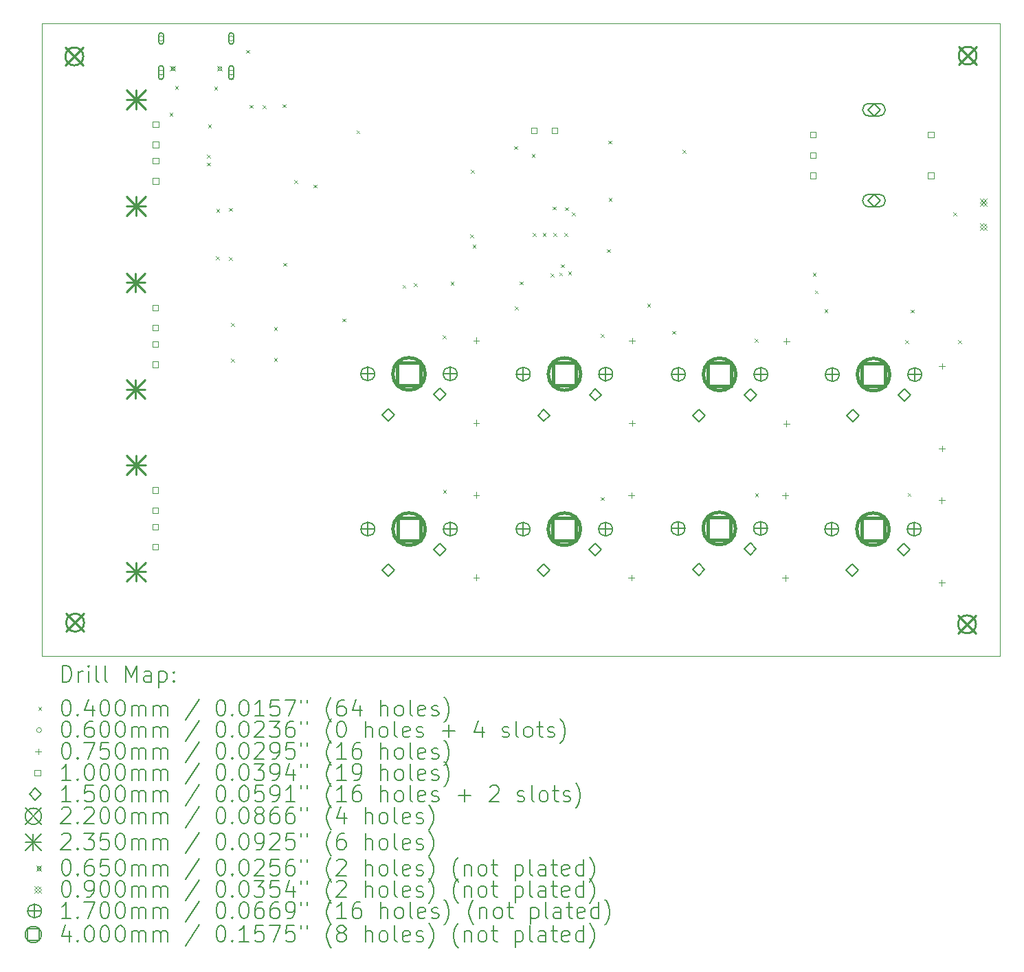
<source format=gbr>
%TF.GenerationSoftware,KiCad,Pcbnew,(6.0.10)*%
%TF.CreationDate,2023-02-08T22:59:17+05:30*%
%TF.ProjectId,macrokeypad13,6d616372-6f6b-4657-9970-616431332e6b,rev?*%
%TF.SameCoordinates,Original*%
%TF.FileFunction,Drillmap*%
%TF.FilePolarity,Positive*%
%FSLAX45Y45*%
G04 Gerber Fmt 4.5, Leading zero omitted, Abs format (unit mm)*
G04 Created by KiCad (PCBNEW (6.0.10)) date 2023-02-08 22:59:17*
%MOMM*%
%LPD*%
G01*
G04 APERTURE LIST*
%ADD10C,0.100000*%
%ADD11C,0.200000*%
%ADD12C,0.040000*%
%ADD13C,0.060000*%
%ADD14C,0.075000*%
%ADD15C,0.150000*%
%ADD16C,0.220000*%
%ADD17C,0.235000*%
%ADD18C,0.065000*%
%ADD19C,0.090000*%
%ADD20C,0.170000*%
%ADD21C,0.400000*%
G04 APERTURE END LIST*
D10*
X2653000Y-2326000D02*
X14453000Y-2326000D01*
X14453000Y-2326000D02*
X14453000Y-10126000D01*
X14453000Y-10126000D02*
X2653000Y-10126000D01*
X2653000Y-10126000D02*
X2653000Y-2326000D01*
D11*
D12*
X4225000Y-3425000D02*
X4265000Y-3465000D01*
X4265000Y-3425000D02*
X4225000Y-3465000D01*
X4293000Y-3097000D02*
X4333000Y-3137000D01*
X4333000Y-3097000D02*
X4293000Y-3137000D01*
X4686726Y-3940415D02*
X4726726Y-3980415D01*
X4726726Y-3940415D02*
X4686726Y-3980415D01*
X4687872Y-4040359D02*
X4727872Y-4080359D01*
X4727872Y-4040359D02*
X4687872Y-4080359D01*
X4699868Y-3567814D02*
X4739868Y-3607814D01*
X4739868Y-3567814D02*
X4699868Y-3607814D01*
X4775000Y-3102000D02*
X4815000Y-3142000D01*
X4815000Y-3102000D02*
X4775000Y-3142000D01*
X4799000Y-5193000D02*
X4839000Y-5233000D01*
X4839000Y-5193000D02*
X4799000Y-5233000D01*
X4801000Y-4609000D02*
X4841000Y-4649000D01*
X4841000Y-4609000D02*
X4801000Y-4649000D01*
X4957000Y-4598000D02*
X4997000Y-4638000D01*
X4997000Y-4598000D02*
X4957000Y-4638000D01*
X4957000Y-5206000D02*
X4997000Y-5246000D01*
X4997000Y-5206000D02*
X4957000Y-5246000D01*
X4981000Y-6017000D02*
X5021000Y-6057000D01*
X5021000Y-6017000D02*
X4981000Y-6057000D01*
X4981000Y-6456000D02*
X5021000Y-6496000D01*
X5021000Y-6456000D02*
X4981000Y-6496000D01*
X5167000Y-2652000D02*
X5207000Y-2692000D01*
X5207000Y-2652000D02*
X5167000Y-2692000D01*
X5210000Y-3329000D02*
X5250000Y-3369000D01*
X5250000Y-3329000D02*
X5210000Y-3369000D01*
X5375000Y-3332000D02*
X5415000Y-3372000D01*
X5415000Y-3332000D02*
X5375000Y-3372000D01*
X5513000Y-6070000D02*
X5553000Y-6110000D01*
X5553000Y-6070000D02*
X5513000Y-6110000D01*
X5513000Y-6448000D02*
X5553000Y-6488000D01*
X5553000Y-6448000D02*
X5513000Y-6488000D01*
X5617000Y-3320000D02*
X5657000Y-3360000D01*
X5657000Y-3320000D02*
X5617000Y-3360000D01*
X5629000Y-5276000D02*
X5669000Y-5316000D01*
X5669000Y-5276000D02*
X5629000Y-5316000D01*
X5761000Y-4257000D02*
X5801000Y-4297000D01*
X5801000Y-4257000D02*
X5761000Y-4297000D01*
X5998000Y-4310000D02*
X6038000Y-4350000D01*
X6038000Y-4310000D02*
X5998000Y-4350000D01*
X6356000Y-5962000D02*
X6396000Y-6002000D01*
X6396000Y-5962000D02*
X6356000Y-6002000D01*
X6529000Y-3642000D02*
X6569000Y-3682000D01*
X6569000Y-3642000D02*
X6529000Y-3682000D01*
X7095000Y-5547000D02*
X7135000Y-5587000D01*
X7135000Y-5547000D02*
X7095000Y-5587000D01*
X7237000Y-5527000D02*
X7277000Y-5567000D01*
X7277000Y-5527000D02*
X7237000Y-5567000D01*
X7593000Y-6167000D02*
X7633000Y-6207000D01*
X7633000Y-6167000D02*
X7593000Y-6207000D01*
X7596000Y-8073000D02*
X7636000Y-8113000D01*
X7636000Y-8073000D02*
X7596000Y-8113000D01*
X7688000Y-5510000D02*
X7728000Y-5550000D01*
X7728000Y-5510000D02*
X7688000Y-5550000D01*
X7931000Y-4927000D02*
X7971000Y-4967000D01*
X7971000Y-4927000D02*
X7931000Y-4967000D01*
X7940000Y-4128000D02*
X7980000Y-4168000D01*
X7980000Y-4128000D02*
X7940000Y-4168000D01*
X7960000Y-5052000D02*
X8000000Y-5092000D01*
X8000000Y-5052000D02*
X7960000Y-5092000D01*
X8473000Y-3838000D02*
X8513000Y-3878000D01*
X8513000Y-3838000D02*
X8473000Y-3878000D01*
X8481000Y-5812000D02*
X8521000Y-5852000D01*
X8521000Y-5812000D02*
X8481000Y-5852000D01*
X8538000Y-5506000D02*
X8578000Y-5546000D01*
X8578000Y-5506000D02*
X8538000Y-5546000D01*
X8687000Y-3937000D02*
X8727000Y-3977000D01*
X8727000Y-3937000D02*
X8687000Y-3977000D01*
X8701000Y-4909000D02*
X8741000Y-4949000D01*
X8741000Y-4909000D02*
X8701000Y-4949000D01*
X8824000Y-4907000D02*
X8864000Y-4947000D01*
X8864000Y-4907000D02*
X8824000Y-4947000D01*
X8923000Y-5409000D02*
X8963000Y-5449000D01*
X8963000Y-5409000D02*
X8923000Y-5449000D01*
X8947000Y-4582000D02*
X8987000Y-4622000D01*
X8987000Y-4582000D02*
X8947000Y-4622000D01*
X8952000Y-4907000D02*
X8992000Y-4947000D01*
X8992000Y-4907000D02*
X8952000Y-4947000D01*
X9026000Y-5394000D02*
X9066000Y-5434000D01*
X9066000Y-5394000D02*
X9026000Y-5434000D01*
X9050000Y-5293000D02*
X9090000Y-5333000D01*
X9090000Y-5293000D02*
X9050000Y-5333000D01*
X9092000Y-4907000D02*
X9132000Y-4947000D01*
X9132000Y-4907000D02*
X9092000Y-4947000D01*
X9100929Y-4591305D02*
X9140929Y-4631305D01*
X9140929Y-4591305D02*
X9100929Y-4631305D01*
X9137000Y-5380000D02*
X9177000Y-5420000D01*
X9177000Y-5380000D02*
X9137000Y-5420000D01*
X9185000Y-4654000D02*
X9225000Y-4694000D01*
X9225000Y-4654000D02*
X9185000Y-4694000D01*
X9536000Y-8163000D02*
X9576000Y-8203000D01*
X9576000Y-8163000D02*
X9536000Y-8203000D01*
X9540000Y-6155000D02*
X9580000Y-6195000D01*
X9580000Y-6155000D02*
X9540000Y-6195000D01*
X9613000Y-5108000D02*
X9653000Y-5148000D01*
X9653000Y-5108000D02*
X9613000Y-5148000D01*
X9632000Y-3769000D02*
X9672000Y-3809000D01*
X9672000Y-3769000D02*
X9632000Y-3809000D01*
X9637000Y-4478000D02*
X9677000Y-4518000D01*
X9677000Y-4478000D02*
X9637000Y-4518000D01*
X10109000Y-5783000D02*
X10149000Y-5823000D01*
X10149000Y-5783000D02*
X10109000Y-5823000D01*
X10418000Y-6114000D02*
X10458000Y-6154000D01*
X10458000Y-6114000D02*
X10418000Y-6154000D01*
X10545000Y-3882000D02*
X10585000Y-3922000D01*
X10585000Y-3882000D02*
X10545000Y-3922000D01*
X11437000Y-6213000D02*
X11477000Y-6253000D01*
X11477000Y-6213000D02*
X11437000Y-6253000D01*
X11440000Y-8116000D02*
X11480000Y-8156000D01*
X11480000Y-8116000D02*
X11440000Y-8156000D01*
X12150000Y-5397000D02*
X12190000Y-5437000D01*
X12190000Y-5397000D02*
X12150000Y-5437000D01*
X12175000Y-5615000D02*
X12215000Y-5655000D01*
X12215000Y-5615000D02*
X12175000Y-5655000D01*
X12295000Y-5850000D02*
X12335000Y-5890000D01*
X12335000Y-5850000D02*
X12295000Y-5890000D01*
X13287000Y-6227000D02*
X13327000Y-6267000D01*
X13327000Y-6227000D02*
X13287000Y-6267000D01*
X13320000Y-8112000D02*
X13360000Y-8152000D01*
X13360000Y-8112000D02*
X13320000Y-8152000D01*
X13359000Y-5851000D02*
X13399000Y-5891000D01*
X13399000Y-5851000D02*
X13359000Y-5891000D01*
X13884000Y-4654000D02*
X13924000Y-4694000D01*
X13924000Y-4654000D02*
X13884000Y-4694000D01*
X13941000Y-6229000D02*
X13981000Y-6269000D01*
X13981000Y-6229000D02*
X13941000Y-6269000D01*
D13*
X4151681Y-2511047D02*
G75*
G03*
X4151681Y-2511047I-30000J0D01*
G01*
D11*
X4151681Y-2551047D02*
X4151681Y-2471047D01*
X4091681Y-2551047D02*
X4091681Y-2471047D01*
X4151681Y-2471047D02*
G75*
G03*
X4091681Y-2471047I-30000J0D01*
G01*
X4091681Y-2551047D02*
G75*
G03*
X4151681Y-2551047I30000J0D01*
G01*
D13*
X4151681Y-2931047D02*
G75*
G03*
X4151681Y-2931047I-30000J0D01*
G01*
D11*
X4151681Y-2986047D02*
X4151681Y-2876047D01*
X4091681Y-2986047D02*
X4091681Y-2876047D01*
X4151681Y-2876047D02*
G75*
G03*
X4091681Y-2876047I-30000J0D01*
G01*
X4091681Y-2986047D02*
G75*
G03*
X4151681Y-2986047I30000J0D01*
G01*
D13*
X5015681Y-2511047D02*
G75*
G03*
X5015681Y-2511047I-30000J0D01*
G01*
D11*
X5015681Y-2551047D02*
X5015681Y-2471047D01*
X4955681Y-2551047D02*
X4955681Y-2471047D01*
X5015681Y-2471047D02*
G75*
G03*
X4955681Y-2471047I-30000J0D01*
G01*
X4955681Y-2551047D02*
G75*
G03*
X5015681Y-2551047I30000J0D01*
G01*
D13*
X5015681Y-2931047D02*
G75*
G03*
X5015681Y-2931047I-30000J0D01*
G01*
D11*
X5015681Y-2986047D02*
X5015681Y-2876047D01*
X4955681Y-2986047D02*
X4955681Y-2876047D01*
X5015681Y-2876047D02*
G75*
G03*
X4955681Y-2876047I-30000J0D01*
G01*
X4955681Y-2986047D02*
G75*
G03*
X5015681Y-2986047I30000J0D01*
G01*
D14*
X8005000Y-6194500D02*
X8005000Y-6269500D01*
X7967500Y-6232000D02*
X8042500Y-6232000D01*
X8005000Y-7210500D02*
X8005000Y-7285500D01*
X7967500Y-7248000D02*
X8042500Y-7248000D01*
X8005000Y-8102500D02*
X8005000Y-8177500D01*
X7967500Y-8140000D02*
X8042500Y-8140000D01*
X8005000Y-9118500D02*
X8005000Y-9193500D01*
X7967500Y-9156000D02*
X8042500Y-9156000D01*
X9917000Y-8103500D02*
X9917000Y-8178500D01*
X9879500Y-8141000D02*
X9954500Y-8141000D01*
X9917000Y-9119500D02*
X9917000Y-9194500D01*
X9879500Y-9157000D02*
X9954500Y-9157000D01*
X9926000Y-6198500D02*
X9926000Y-6273500D01*
X9888500Y-6236000D02*
X9963500Y-6236000D01*
X9926000Y-7214500D02*
X9926000Y-7289500D01*
X9888500Y-7252000D02*
X9963500Y-7252000D01*
X11814000Y-8104500D02*
X11814000Y-8179500D01*
X11776500Y-8142000D02*
X11851500Y-8142000D01*
X11814000Y-9120500D02*
X11814000Y-9195500D01*
X11776500Y-9158000D02*
X11851500Y-9158000D01*
X11824000Y-6203500D02*
X11824000Y-6278500D01*
X11786500Y-6241000D02*
X11861500Y-6241000D01*
X11824000Y-7219500D02*
X11824000Y-7294500D01*
X11786500Y-7257000D02*
X11861500Y-7257000D01*
X13738000Y-8163500D02*
X13738000Y-8238500D01*
X13700500Y-8201000D02*
X13775500Y-8201000D01*
X13738000Y-9179500D02*
X13738000Y-9254500D01*
X13700500Y-9217000D02*
X13775500Y-9217000D01*
X13742000Y-6511500D02*
X13742000Y-6586500D01*
X13704500Y-6549000D02*
X13779500Y-6549000D01*
X13742000Y-7527500D02*
X13742000Y-7602500D01*
X13704500Y-7565000D02*
X13779500Y-7565000D01*
D10*
X4084356Y-5862356D02*
X4084356Y-5791644D01*
X4013644Y-5791644D01*
X4013644Y-5862356D01*
X4084356Y-5862356D01*
X4084356Y-6112356D02*
X4084356Y-6041644D01*
X4013644Y-6041644D01*
X4013644Y-6112356D01*
X4084356Y-6112356D01*
X4084356Y-6312356D02*
X4084356Y-6241644D01*
X4013644Y-6241644D01*
X4013644Y-6312356D01*
X4084356Y-6312356D01*
X4084356Y-6562356D02*
X4084356Y-6491644D01*
X4013644Y-6491644D01*
X4013644Y-6562356D01*
X4084356Y-6562356D01*
X4086356Y-8113356D02*
X4086356Y-8042644D01*
X4015644Y-8042644D01*
X4015644Y-8113356D01*
X4086356Y-8113356D01*
X4086356Y-8363356D02*
X4086356Y-8292644D01*
X4015644Y-8292644D01*
X4015644Y-8363356D01*
X4086356Y-8363356D01*
X4086356Y-8563356D02*
X4086356Y-8492644D01*
X4015644Y-8492644D01*
X4015644Y-8563356D01*
X4086356Y-8563356D01*
X4086356Y-8813356D02*
X4086356Y-8742644D01*
X4015644Y-8742644D01*
X4015644Y-8813356D01*
X4086356Y-8813356D01*
X4090356Y-3604356D02*
X4090356Y-3533644D01*
X4019644Y-3533644D01*
X4019644Y-3604356D01*
X4090356Y-3604356D01*
X4090356Y-3854356D02*
X4090356Y-3783644D01*
X4019644Y-3783644D01*
X4019644Y-3854356D01*
X4090356Y-3854356D01*
X4090356Y-4054356D02*
X4090356Y-3983644D01*
X4019644Y-3983644D01*
X4019644Y-4054356D01*
X4090356Y-4054356D01*
X4090356Y-4304356D02*
X4090356Y-4233644D01*
X4019644Y-4233644D01*
X4019644Y-4304356D01*
X4090356Y-4304356D01*
X8753356Y-3679856D02*
X8753356Y-3609144D01*
X8682644Y-3609144D01*
X8682644Y-3679856D01*
X8753356Y-3679856D01*
X9007356Y-3679856D02*
X9007356Y-3609144D01*
X8936644Y-3609144D01*
X8936644Y-3679856D01*
X9007356Y-3679856D01*
X12189521Y-3733919D02*
X12189521Y-3663208D01*
X12118809Y-3663208D01*
X12118809Y-3733919D01*
X12189521Y-3733919D01*
X12189521Y-3983919D02*
X12189521Y-3913208D01*
X12118809Y-3913208D01*
X12118809Y-3983919D01*
X12189521Y-3983919D01*
X12189521Y-4233919D02*
X12189521Y-4163208D01*
X12118809Y-4163208D01*
X12118809Y-4233919D01*
X12189521Y-4233919D01*
X13639521Y-3733919D02*
X13639521Y-3663208D01*
X13568809Y-3663208D01*
X13568809Y-3733919D01*
X13639521Y-3733919D01*
X13639521Y-4233919D02*
X13639521Y-4163208D01*
X13568809Y-4163208D01*
X13568809Y-4233919D01*
X13639521Y-4233919D01*
D15*
X6922000Y-7228000D02*
X6997000Y-7153000D01*
X6922000Y-7078000D01*
X6847000Y-7153000D01*
X6922000Y-7228000D01*
X6923000Y-9141000D02*
X6998000Y-9066000D01*
X6923000Y-8991000D01*
X6848000Y-9066000D01*
X6923000Y-9141000D01*
X7557000Y-6974000D02*
X7632000Y-6899000D01*
X7557000Y-6824000D01*
X7482000Y-6899000D01*
X7557000Y-6974000D01*
X7558000Y-8887000D02*
X7633000Y-8812000D01*
X7558000Y-8737000D01*
X7483000Y-8812000D01*
X7558000Y-8887000D01*
X8836000Y-9142000D02*
X8911000Y-9067000D01*
X8836000Y-8992000D01*
X8761000Y-9067000D01*
X8836000Y-9142000D01*
X8838000Y-7230000D02*
X8913000Y-7155000D01*
X8838000Y-7080000D01*
X8763000Y-7155000D01*
X8838000Y-7230000D01*
X9471000Y-8888000D02*
X9546000Y-8813000D01*
X9471000Y-8738000D01*
X9396000Y-8813000D01*
X9471000Y-8888000D01*
X9473000Y-6976000D02*
X9548000Y-6901000D01*
X9473000Y-6826000D01*
X9398000Y-6901000D01*
X9473000Y-6976000D01*
X10745000Y-9133000D02*
X10820000Y-9058000D01*
X10745000Y-8983000D01*
X10670000Y-9058000D01*
X10745000Y-9133000D01*
X10749000Y-7234000D02*
X10824000Y-7159000D01*
X10749000Y-7084000D01*
X10674000Y-7159000D01*
X10749000Y-7234000D01*
X11380000Y-8879000D02*
X11455000Y-8804000D01*
X11380000Y-8729000D01*
X11305000Y-8804000D01*
X11380000Y-8879000D01*
X11384000Y-6980000D02*
X11459000Y-6905000D01*
X11384000Y-6830000D01*
X11309000Y-6905000D01*
X11384000Y-6980000D01*
X12638000Y-9142000D02*
X12713000Y-9067000D01*
X12638000Y-8992000D01*
X12563000Y-9067000D01*
X12638000Y-9142000D01*
X12645000Y-7237000D02*
X12720000Y-7162000D01*
X12645000Y-7087000D01*
X12570000Y-7162000D01*
X12645000Y-7237000D01*
X12904165Y-3463563D02*
X12979165Y-3388563D01*
X12904165Y-3313563D01*
X12829165Y-3388563D01*
X12904165Y-3463563D01*
D11*
X12839165Y-3463563D02*
X12969165Y-3463563D01*
X12839165Y-3313563D02*
X12969165Y-3313563D01*
X12969165Y-3463563D02*
G75*
G03*
X12969165Y-3313563I0J75000D01*
G01*
X12839165Y-3313563D02*
G75*
G03*
X12839165Y-3463563I0J-75000D01*
G01*
D15*
X12904165Y-4583563D02*
X12979165Y-4508563D01*
X12904165Y-4433563D01*
X12829165Y-4508563D01*
X12904165Y-4583563D01*
D11*
X12839165Y-4583563D02*
X12969165Y-4583563D01*
X12839165Y-4433563D02*
X12969165Y-4433563D01*
X12969165Y-4583563D02*
G75*
G03*
X12969165Y-4433563I0J75000D01*
G01*
X12839165Y-4433563D02*
G75*
G03*
X12839165Y-4583563I0J-75000D01*
G01*
D15*
X13273000Y-8888000D02*
X13348000Y-8813000D01*
X13273000Y-8738000D01*
X13198000Y-8813000D01*
X13273000Y-8888000D01*
X13280000Y-6983000D02*
X13355000Y-6908000D01*
X13280000Y-6833000D01*
X13205000Y-6908000D01*
X13280000Y-6983000D01*
D16*
X2943000Y-2622000D02*
X3163000Y-2842000D01*
X3163000Y-2622000D02*
X2943000Y-2842000D01*
X3163000Y-2732000D02*
G75*
G03*
X3163000Y-2732000I-110000J0D01*
G01*
X2953000Y-9601000D02*
X3173000Y-9821000D01*
X3173000Y-9601000D02*
X2953000Y-9821000D01*
X3173000Y-9711000D02*
G75*
G03*
X3173000Y-9711000I-110000J0D01*
G01*
X13941000Y-9621000D02*
X14161000Y-9841000D01*
X14161000Y-9621000D02*
X13941000Y-9841000D01*
X14161000Y-9731000D02*
G75*
G03*
X14161000Y-9731000I-110000J0D01*
G01*
X13949000Y-2612000D02*
X14169000Y-2832000D01*
X14169000Y-2612000D02*
X13949000Y-2832000D01*
X14169000Y-2722000D02*
G75*
G03*
X14169000Y-2722000I-110000J0D01*
G01*
D17*
X3691500Y-5402500D02*
X3926500Y-5637500D01*
X3926500Y-5402500D02*
X3691500Y-5637500D01*
X3809000Y-5402500D02*
X3809000Y-5637500D01*
X3691500Y-5520000D02*
X3926500Y-5520000D01*
X3691500Y-6716500D02*
X3926500Y-6951500D01*
X3926500Y-6716500D02*
X3691500Y-6951500D01*
X3809000Y-6716500D02*
X3809000Y-6951500D01*
X3691500Y-6834000D02*
X3926500Y-6834000D01*
X3693500Y-7653500D02*
X3928500Y-7888500D01*
X3928500Y-7653500D02*
X3693500Y-7888500D01*
X3811000Y-7653500D02*
X3811000Y-7888500D01*
X3693500Y-7771000D02*
X3928500Y-7771000D01*
X3693500Y-8967500D02*
X3928500Y-9202500D01*
X3928500Y-8967500D02*
X3693500Y-9202500D01*
X3811000Y-8967500D02*
X3811000Y-9202500D01*
X3693500Y-9085000D02*
X3928500Y-9085000D01*
X3697500Y-3144500D02*
X3932500Y-3379500D01*
X3932500Y-3144500D02*
X3697500Y-3379500D01*
X3815000Y-3144500D02*
X3815000Y-3379500D01*
X3697500Y-3262000D02*
X3932500Y-3262000D01*
X3697500Y-4458500D02*
X3932500Y-4693500D01*
X3932500Y-4458500D02*
X3697500Y-4693500D01*
X3815000Y-4458500D02*
X3815000Y-4693500D01*
X3697500Y-4576000D02*
X3932500Y-4576000D01*
D18*
X4232181Y-2846547D02*
X4297181Y-2911547D01*
X4297181Y-2846547D02*
X4232181Y-2911547D01*
X4287663Y-2902028D02*
X4287663Y-2856066D01*
X4241700Y-2856066D01*
X4241700Y-2902028D01*
X4287663Y-2902028D01*
X4810181Y-2846547D02*
X4875181Y-2911547D01*
X4875181Y-2846547D02*
X4810181Y-2911547D01*
X4865663Y-2902028D02*
X4865663Y-2856066D01*
X4819700Y-2856066D01*
X4819700Y-2902028D01*
X4865663Y-2902028D01*
D19*
X14207000Y-4486000D02*
X14297000Y-4576000D01*
X14297000Y-4486000D02*
X14207000Y-4576000D01*
X14252000Y-4576000D02*
X14297000Y-4531000D01*
X14252000Y-4486000D01*
X14207000Y-4531000D01*
X14252000Y-4576000D01*
X14207000Y-4786000D02*
X14297000Y-4876000D01*
X14297000Y-4786000D02*
X14207000Y-4876000D01*
X14252000Y-4876000D02*
X14297000Y-4831000D01*
X14252000Y-4786000D01*
X14207000Y-4831000D01*
X14252000Y-4876000D01*
D20*
X6668000Y-6560000D02*
X6668000Y-6730000D01*
X6583000Y-6645000D02*
X6753000Y-6645000D01*
X6753000Y-6645000D02*
G75*
G03*
X6753000Y-6645000I-85000J0D01*
G01*
X6669000Y-8473000D02*
X6669000Y-8643000D01*
X6584000Y-8558000D02*
X6754000Y-8558000D01*
X6754000Y-8558000D02*
G75*
G03*
X6754000Y-8558000I-85000J0D01*
G01*
X7684000Y-6560000D02*
X7684000Y-6730000D01*
X7599000Y-6645000D02*
X7769000Y-6645000D01*
X7769000Y-6645000D02*
G75*
G03*
X7769000Y-6645000I-85000J0D01*
G01*
X7685000Y-8473000D02*
X7685000Y-8643000D01*
X7600000Y-8558000D02*
X7770000Y-8558000D01*
X7770000Y-8558000D02*
G75*
G03*
X7770000Y-8558000I-85000J0D01*
G01*
X8582000Y-8474000D02*
X8582000Y-8644000D01*
X8497000Y-8559000D02*
X8667000Y-8559000D01*
X8667000Y-8559000D02*
G75*
G03*
X8667000Y-8559000I-85000J0D01*
G01*
X8584000Y-6562000D02*
X8584000Y-6732000D01*
X8499000Y-6647000D02*
X8669000Y-6647000D01*
X8669000Y-6647000D02*
G75*
G03*
X8669000Y-6647000I-85000J0D01*
G01*
X9598000Y-8474000D02*
X9598000Y-8644000D01*
X9513000Y-8559000D02*
X9683000Y-8559000D01*
X9683000Y-8559000D02*
G75*
G03*
X9683000Y-8559000I-85000J0D01*
G01*
X9600000Y-6562000D02*
X9600000Y-6732000D01*
X9515000Y-6647000D02*
X9685000Y-6647000D01*
X9685000Y-6647000D02*
G75*
G03*
X9685000Y-6647000I-85000J0D01*
G01*
X10491000Y-8465000D02*
X10491000Y-8635000D01*
X10406000Y-8550000D02*
X10576000Y-8550000D01*
X10576000Y-8550000D02*
G75*
G03*
X10576000Y-8550000I-85000J0D01*
G01*
X10495000Y-6566000D02*
X10495000Y-6736000D01*
X10410000Y-6651000D02*
X10580000Y-6651000D01*
X10580000Y-6651000D02*
G75*
G03*
X10580000Y-6651000I-85000J0D01*
G01*
X11507000Y-8465000D02*
X11507000Y-8635000D01*
X11422000Y-8550000D02*
X11592000Y-8550000D01*
X11592000Y-8550000D02*
G75*
G03*
X11592000Y-8550000I-85000J0D01*
G01*
X11511000Y-6566000D02*
X11511000Y-6736000D01*
X11426000Y-6651000D02*
X11596000Y-6651000D01*
X11596000Y-6651000D02*
G75*
G03*
X11596000Y-6651000I-85000J0D01*
G01*
X12384000Y-8474000D02*
X12384000Y-8644000D01*
X12299000Y-8559000D02*
X12469000Y-8559000D01*
X12469000Y-8559000D02*
G75*
G03*
X12469000Y-8559000I-85000J0D01*
G01*
X12391000Y-6569000D02*
X12391000Y-6739000D01*
X12306000Y-6654000D02*
X12476000Y-6654000D01*
X12476000Y-6654000D02*
G75*
G03*
X12476000Y-6654000I-85000J0D01*
G01*
X13400000Y-8474000D02*
X13400000Y-8644000D01*
X13315000Y-8559000D02*
X13485000Y-8559000D01*
X13485000Y-8559000D02*
G75*
G03*
X13485000Y-8559000I-85000J0D01*
G01*
X13407000Y-6569000D02*
X13407000Y-6739000D01*
X13322000Y-6654000D02*
X13492000Y-6654000D01*
X13492000Y-6654000D02*
G75*
G03*
X13492000Y-6654000I-85000J0D01*
G01*
D21*
X7317423Y-6786423D02*
X7317423Y-6503577D01*
X7034577Y-6503577D01*
X7034577Y-6786423D01*
X7317423Y-6786423D01*
X7376000Y-6645000D02*
G75*
G03*
X7376000Y-6645000I-200000J0D01*
G01*
X7318423Y-8699423D02*
X7318423Y-8416577D01*
X7035577Y-8416577D01*
X7035577Y-8699423D01*
X7318423Y-8699423D01*
X7377000Y-8558000D02*
G75*
G03*
X7377000Y-8558000I-200000J0D01*
G01*
X9231423Y-8700423D02*
X9231423Y-8417577D01*
X8948577Y-8417577D01*
X8948577Y-8700423D01*
X9231423Y-8700423D01*
X9290000Y-8559000D02*
G75*
G03*
X9290000Y-8559000I-200000J0D01*
G01*
X9233423Y-6788423D02*
X9233423Y-6505577D01*
X8950577Y-6505577D01*
X8950577Y-6788423D01*
X9233423Y-6788423D01*
X9292000Y-6647000D02*
G75*
G03*
X9292000Y-6647000I-200000J0D01*
G01*
X11140423Y-8691423D02*
X11140423Y-8408577D01*
X10857577Y-8408577D01*
X10857577Y-8691423D01*
X11140423Y-8691423D01*
X11199000Y-8550000D02*
G75*
G03*
X11199000Y-8550000I-200000J0D01*
G01*
X11144423Y-6792423D02*
X11144423Y-6509577D01*
X10861577Y-6509577D01*
X10861577Y-6792423D01*
X11144423Y-6792423D01*
X11203000Y-6651000D02*
G75*
G03*
X11203000Y-6651000I-200000J0D01*
G01*
X13033423Y-8700423D02*
X13033423Y-8417577D01*
X12750577Y-8417577D01*
X12750577Y-8700423D01*
X13033423Y-8700423D01*
X13092000Y-8559000D02*
G75*
G03*
X13092000Y-8559000I-200000J0D01*
G01*
X13040423Y-6795423D02*
X13040423Y-6512577D01*
X12757577Y-6512577D01*
X12757577Y-6795423D01*
X13040423Y-6795423D01*
X13099000Y-6654000D02*
G75*
G03*
X13099000Y-6654000I-200000J0D01*
G01*
D11*
X2905619Y-10441476D02*
X2905619Y-10241476D01*
X2953238Y-10241476D01*
X2981809Y-10251000D01*
X3000857Y-10270048D01*
X3010381Y-10289095D01*
X3019905Y-10327190D01*
X3019905Y-10355762D01*
X3010381Y-10393857D01*
X3000857Y-10412905D01*
X2981809Y-10431952D01*
X2953238Y-10441476D01*
X2905619Y-10441476D01*
X3105619Y-10441476D02*
X3105619Y-10308143D01*
X3105619Y-10346238D02*
X3115143Y-10327190D01*
X3124667Y-10317667D01*
X3143714Y-10308143D01*
X3162762Y-10308143D01*
X3229428Y-10441476D02*
X3229428Y-10308143D01*
X3229428Y-10241476D02*
X3219905Y-10251000D01*
X3229428Y-10260524D01*
X3238952Y-10251000D01*
X3229428Y-10241476D01*
X3229428Y-10260524D01*
X3353238Y-10441476D02*
X3334190Y-10431952D01*
X3324667Y-10412905D01*
X3324667Y-10241476D01*
X3458000Y-10441476D02*
X3438952Y-10431952D01*
X3429428Y-10412905D01*
X3429428Y-10241476D01*
X3686571Y-10441476D02*
X3686571Y-10241476D01*
X3753238Y-10384333D01*
X3819905Y-10241476D01*
X3819905Y-10441476D01*
X4000857Y-10441476D02*
X4000857Y-10336714D01*
X3991333Y-10317667D01*
X3972286Y-10308143D01*
X3934190Y-10308143D01*
X3915143Y-10317667D01*
X4000857Y-10431952D02*
X3981809Y-10441476D01*
X3934190Y-10441476D01*
X3915143Y-10431952D01*
X3905619Y-10412905D01*
X3905619Y-10393857D01*
X3915143Y-10374810D01*
X3934190Y-10365286D01*
X3981809Y-10365286D01*
X4000857Y-10355762D01*
X4096095Y-10308143D02*
X4096095Y-10508143D01*
X4096095Y-10317667D02*
X4115143Y-10308143D01*
X4153238Y-10308143D01*
X4172286Y-10317667D01*
X4181809Y-10327190D01*
X4191333Y-10346238D01*
X4191333Y-10403381D01*
X4181809Y-10422429D01*
X4172286Y-10431952D01*
X4153238Y-10441476D01*
X4115143Y-10441476D01*
X4096095Y-10431952D01*
X4277048Y-10422429D02*
X4286571Y-10431952D01*
X4277048Y-10441476D01*
X4267524Y-10431952D01*
X4277048Y-10422429D01*
X4277048Y-10441476D01*
X4277048Y-10317667D02*
X4286571Y-10327190D01*
X4277048Y-10336714D01*
X4267524Y-10327190D01*
X4277048Y-10317667D01*
X4277048Y-10336714D01*
D12*
X2608000Y-10751000D02*
X2648000Y-10791000D01*
X2648000Y-10751000D02*
X2608000Y-10791000D01*
D11*
X2943714Y-10661476D02*
X2962762Y-10661476D01*
X2981809Y-10671000D01*
X2991333Y-10680524D01*
X3000857Y-10699571D01*
X3010381Y-10737667D01*
X3010381Y-10785286D01*
X3000857Y-10823381D01*
X2991333Y-10842429D01*
X2981809Y-10851952D01*
X2962762Y-10861476D01*
X2943714Y-10861476D01*
X2924667Y-10851952D01*
X2915143Y-10842429D01*
X2905619Y-10823381D01*
X2896095Y-10785286D01*
X2896095Y-10737667D01*
X2905619Y-10699571D01*
X2915143Y-10680524D01*
X2924667Y-10671000D01*
X2943714Y-10661476D01*
X3096095Y-10842429D02*
X3105619Y-10851952D01*
X3096095Y-10861476D01*
X3086571Y-10851952D01*
X3096095Y-10842429D01*
X3096095Y-10861476D01*
X3277048Y-10728143D02*
X3277048Y-10861476D01*
X3229428Y-10651952D02*
X3181809Y-10794810D01*
X3305619Y-10794810D01*
X3419905Y-10661476D02*
X3438952Y-10661476D01*
X3458000Y-10671000D01*
X3467524Y-10680524D01*
X3477048Y-10699571D01*
X3486571Y-10737667D01*
X3486571Y-10785286D01*
X3477048Y-10823381D01*
X3467524Y-10842429D01*
X3458000Y-10851952D01*
X3438952Y-10861476D01*
X3419905Y-10861476D01*
X3400857Y-10851952D01*
X3391333Y-10842429D01*
X3381809Y-10823381D01*
X3372286Y-10785286D01*
X3372286Y-10737667D01*
X3381809Y-10699571D01*
X3391333Y-10680524D01*
X3400857Y-10671000D01*
X3419905Y-10661476D01*
X3610381Y-10661476D02*
X3629428Y-10661476D01*
X3648476Y-10671000D01*
X3658000Y-10680524D01*
X3667524Y-10699571D01*
X3677048Y-10737667D01*
X3677048Y-10785286D01*
X3667524Y-10823381D01*
X3658000Y-10842429D01*
X3648476Y-10851952D01*
X3629428Y-10861476D01*
X3610381Y-10861476D01*
X3591333Y-10851952D01*
X3581809Y-10842429D01*
X3572286Y-10823381D01*
X3562762Y-10785286D01*
X3562762Y-10737667D01*
X3572286Y-10699571D01*
X3581809Y-10680524D01*
X3591333Y-10671000D01*
X3610381Y-10661476D01*
X3762762Y-10861476D02*
X3762762Y-10728143D01*
X3762762Y-10747190D02*
X3772286Y-10737667D01*
X3791333Y-10728143D01*
X3819905Y-10728143D01*
X3838952Y-10737667D01*
X3848476Y-10756714D01*
X3848476Y-10861476D01*
X3848476Y-10756714D02*
X3858000Y-10737667D01*
X3877048Y-10728143D01*
X3905619Y-10728143D01*
X3924667Y-10737667D01*
X3934190Y-10756714D01*
X3934190Y-10861476D01*
X4029428Y-10861476D02*
X4029428Y-10728143D01*
X4029428Y-10747190D02*
X4038952Y-10737667D01*
X4058000Y-10728143D01*
X4086571Y-10728143D01*
X4105619Y-10737667D01*
X4115143Y-10756714D01*
X4115143Y-10861476D01*
X4115143Y-10756714D02*
X4124667Y-10737667D01*
X4143714Y-10728143D01*
X4172286Y-10728143D01*
X4191333Y-10737667D01*
X4200857Y-10756714D01*
X4200857Y-10861476D01*
X4591333Y-10651952D02*
X4419905Y-10909095D01*
X4848476Y-10661476D02*
X4867524Y-10661476D01*
X4886571Y-10671000D01*
X4896095Y-10680524D01*
X4905619Y-10699571D01*
X4915143Y-10737667D01*
X4915143Y-10785286D01*
X4905619Y-10823381D01*
X4896095Y-10842429D01*
X4886571Y-10851952D01*
X4867524Y-10861476D01*
X4848476Y-10861476D01*
X4829429Y-10851952D01*
X4819905Y-10842429D01*
X4810381Y-10823381D01*
X4800857Y-10785286D01*
X4800857Y-10737667D01*
X4810381Y-10699571D01*
X4819905Y-10680524D01*
X4829429Y-10671000D01*
X4848476Y-10661476D01*
X5000857Y-10842429D02*
X5010381Y-10851952D01*
X5000857Y-10861476D01*
X4991333Y-10851952D01*
X5000857Y-10842429D01*
X5000857Y-10861476D01*
X5134190Y-10661476D02*
X5153238Y-10661476D01*
X5172286Y-10671000D01*
X5181810Y-10680524D01*
X5191333Y-10699571D01*
X5200857Y-10737667D01*
X5200857Y-10785286D01*
X5191333Y-10823381D01*
X5181810Y-10842429D01*
X5172286Y-10851952D01*
X5153238Y-10861476D01*
X5134190Y-10861476D01*
X5115143Y-10851952D01*
X5105619Y-10842429D01*
X5096095Y-10823381D01*
X5086571Y-10785286D01*
X5086571Y-10737667D01*
X5096095Y-10699571D01*
X5105619Y-10680524D01*
X5115143Y-10671000D01*
X5134190Y-10661476D01*
X5391333Y-10861476D02*
X5277048Y-10861476D01*
X5334190Y-10861476D02*
X5334190Y-10661476D01*
X5315143Y-10690048D01*
X5296095Y-10709095D01*
X5277048Y-10718619D01*
X5572286Y-10661476D02*
X5477048Y-10661476D01*
X5467524Y-10756714D01*
X5477048Y-10747190D01*
X5496095Y-10737667D01*
X5543714Y-10737667D01*
X5562762Y-10747190D01*
X5572286Y-10756714D01*
X5581810Y-10775762D01*
X5581810Y-10823381D01*
X5572286Y-10842429D01*
X5562762Y-10851952D01*
X5543714Y-10861476D01*
X5496095Y-10861476D01*
X5477048Y-10851952D01*
X5467524Y-10842429D01*
X5648476Y-10661476D02*
X5781809Y-10661476D01*
X5696095Y-10861476D01*
X5848476Y-10661476D02*
X5848476Y-10699571D01*
X5924667Y-10661476D02*
X5924667Y-10699571D01*
X6219905Y-10937667D02*
X6210381Y-10928143D01*
X6191333Y-10899571D01*
X6181809Y-10880524D01*
X6172286Y-10851952D01*
X6162762Y-10804333D01*
X6162762Y-10766238D01*
X6172286Y-10718619D01*
X6181809Y-10690048D01*
X6191333Y-10671000D01*
X6210381Y-10642429D01*
X6219905Y-10632905D01*
X6381809Y-10661476D02*
X6343714Y-10661476D01*
X6324667Y-10671000D01*
X6315143Y-10680524D01*
X6296095Y-10709095D01*
X6286571Y-10747190D01*
X6286571Y-10823381D01*
X6296095Y-10842429D01*
X6305619Y-10851952D01*
X6324667Y-10861476D01*
X6362762Y-10861476D01*
X6381809Y-10851952D01*
X6391333Y-10842429D01*
X6400857Y-10823381D01*
X6400857Y-10775762D01*
X6391333Y-10756714D01*
X6381809Y-10747190D01*
X6362762Y-10737667D01*
X6324667Y-10737667D01*
X6305619Y-10747190D01*
X6296095Y-10756714D01*
X6286571Y-10775762D01*
X6572286Y-10728143D02*
X6572286Y-10861476D01*
X6524667Y-10651952D02*
X6477048Y-10794810D01*
X6600857Y-10794810D01*
X6829428Y-10861476D02*
X6829428Y-10661476D01*
X6915143Y-10861476D02*
X6915143Y-10756714D01*
X6905619Y-10737667D01*
X6886571Y-10728143D01*
X6858000Y-10728143D01*
X6838952Y-10737667D01*
X6829428Y-10747190D01*
X7038952Y-10861476D02*
X7019905Y-10851952D01*
X7010381Y-10842429D01*
X7000857Y-10823381D01*
X7000857Y-10766238D01*
X7010381Y-10747190D01*
X7019905Y-10737667D01*
X7038952Y-10728143D01*
X7067524Y-10728143D01*
X7086571Y-10737667D01*
X7096095Y-10747190D01*
X7105619Y-10766238D01*
X7105619Y-10823381D01*
X7096095Y-10842429D01*
X7086571Y-10851952D01*
X7067524Y-10861476D01*
X7038952Y-10861476D01*
X7219905Y-10861476D02*
X7200857Y-10851952D01*
X7191333Y-10832905D01*
X7191333Y-10661476D01*
X7372286Y-10851952D02*
X7353238Y-10861476D01*
X7315143Y-10861476D01*
X7296095Y-10851952D01*
X7286571Y-10832905D01*
X7286571Y-10756714D01*
X7296095Y-10737667D01*
X7315143Y-10728143D01*
X7353238Y-10728143D01*
X7372286Y-10737667D01*
X7381809Y-10756714D01*
X7381809Y-10775762D01*
X7286571Y-10794810D01*
X7458000Y-10851952D02*
X7477048Y-10861476D01*
X7515143Y-10861476D01*
X7534190Y-10851952D01*
X7543714Y-10832905D01*
X7543714Y-10823381D01*
X7534190Y-10804333D01*
X7515143Y-10794810D01*
X7486571Y-10794810D01*
X7467524Y-10785286D01*
X7458000Y-10766238D01*
X7458000Y-10756714D01*
X7467524Y-10737667D01*
X7486571Y-10728143D01*
X7515143Y-10728143D01*
X7534190Y-10737667D01*
X7610381Y-10937667D02*
X7619905Y-10928143D01*
X7638952Y-10899571D01*
X7648476Y-10880524D01*
X7658000Y-10851952D01*
X7667524Y-10804333D01*
X7667524Y-10766238D01*
X7658000Y-10718619D01*
X7648476Y-10690048D01*
X7638952Y-10671000D01*
X7619905Y-10642429D01*
X7610381Y-10632905D01*
D13*
X2648000Y-11035000D02*
G75*
G03*
X2648000Y-11035000I-30000J0D01*
G01*
D11*
X2943714Y-10925476D02*
X2962762Y-10925476D01*
X2981809Y-10935000D01*
X2991333Y-10944524D01*
X3000857Y-10963571D01*
X3010381Y-11001667D01*
X3010381Y-11049286D01*
X3000857Y-11087381D01*
X2991333Y-11106429D01*
X2981809Y-11115952D01*
X2962762Y-11125476D01*
X2943714Y-11125476D01*
X2924667Y-11115952D01*
X2915143Y-11106429D01*
X2905619Y-11087381D01*
X2896095Y-11049286D01*
X2896095Y-11001667D01*
X2905619Y-10963571D01*
X2915143Y-10944524D01*
X2924667Y-10935000D01*
X2943714Y-10925476D01*
X3096095Y-11106429D02*
X3105619Y-11115952D01*
X3096095Y-11125476D01*
X3086571Y-11115952D01*
X3096095Y-11106429D01*
X3096095Y-11125476D01*
X3277048Y-10925476D02*
X3238952Y-10925476D01*
X3219905Y-10935000D01*
X3210381Y-10944524D01*
X3191333Y-10973095D01*
X3181809Y-11011190D01*
X3181809Y-11087381D01*
X3191333Y-11106429D01*
X3200857Y-11115952D01*
X3219905Y-11125476D01*
X3258000Y-11125476D01*
X3277048Y-11115952D01*
X3286571Y-11106429D01*
X3296095Y-11087381D01*
X3296095Y-11039762D01*
X3286571Y-11020714D01*
X3277048Y-11011190D01*
X3258000Y-11001667D01*
X3219905Y-11001667D01*
X3200857Y-11011190D01*
X3191333Y-11020714D01*
X3181809Y-11039762D01*
X3419905Y-10925476D02*
X3438952Y-10925476D01*
X3458000Y-10935000D01*
X3467524Y-10944524D01*
X3477048Y-10963571D01*
X3486571Y-11001667D01*
X3486571Y-11049286D01*
X3477048Y-11087381D01*
X3467524Y-11106429D01*
X3458000Y-11115952D01*
X3438952Y-11125476D01*
X3419905Y-11125476D01*
X3400857Y-11115952D01*
X3391333Y-11106429D01*
X3381809Y-11087381D01*
X3372286Y-11049286D01*
X3372286Y-11001667D01*
X3381809Y-10963571D01*
X3391333Y-10944524D01*
X3400857Y-10935000D01*
X3419905Y-10925476D01*
X3610381Y-10925476D02*
X3629428Y-10925476D01*
X3648476Y-10935000D01*
X3658000Y-10944524D01*
X3667524Y-10963571D01*
X3677048Y-11001667D01*
X3677048Y-11049286D01*
X3667524Y-11087381D01*
X3658000Y-11106429D01*
X3648476Y-11115952D01*
X3629428Y-11125476D01*
X3610381Y-11125476D01*
X3591333Y-11115952D01*
X3581809Y-11106429D01*
X3572286Y-11087381D01*
X3562762Y-11049286D01*
X3562762Y-11001667D01*
X3572286Y-10963571D01*
X3581809Y-10944524D01*
X3591333Y-10935000D01*
X3610381Y-10925476D01*
X3762762Y-11125476D02*
X3762762Y-10992143D01*
X3762762Y-11011190D02*
X3772286Y-11001667D01*
X3791333Y-10992143D01*
X3819905Y-10992143D01*
X3838952Y-11001667D01*
X3848476Y-11020714D01*
X3848476Y-11125476D01*
X3848476Y-11020714D02*
X3858000Y-11001667D01*
X3877048Y-10992143D01*
X3905619Y-10992143D01*
X3924667Y-11001667D01*
X3934190Y-11020714D01*
X3934190Y-11125476D01*
X4029428Y-11125476D02*
X4029428Y-10992143D01*
X4029428Y-11011190D02*
X4038952Y-11001667D01*
X4058000Y-10992143D01*
X4086571Y-10992143D01*
X4105619Y-11001667D01*
X4115143Y-11020714D01*
X4115143Y-11125476D01*
X4115143Y-11020714D02*
X4124667Y-11001667D01*
X4143714Y-10992143D01*
X4172286Y-10992143D01*
X4191333Y-11001667D01*
X4200857Y-11020714D01*
X4200857Y-11125476D01*
X4591333Y-10915952D02*
X4419905Y-11173095D01*
X4848476Y-10925476D02*
X4867524Y-10925476D01*
X4886571Y-10935000D01*
X4896095Y-10944524D01*
X4905619Y-10963571D01*
X4915143Y-11001667D01*
X4915143Y-11049286D01*
X4905619Y-11087381D01*
X4896095Y-11106429D01*
X4886571Y-11115952D01*
X4867524Y-11125476D01*
X4848476Y-11125476D01*
X4829429Y-11115952D01*
X4819905Y-11106429D01*
X4810381Y-11087381D01*
X4800857Y-11049286D01*
X4800857Y-11001667D01*
X4810381Y-10963571D01*
X4819905Y-10944524D01*
X4829429Y-10935000D01*
X4848476Y-10925476D01*
X5000857Y-11106429D02*
X5010381Y-11115952D01*
X5000857Y-11125476D01*
X4991333Y-11115952D01*
X5000857Y-11106429D01*
X5000857Y-11125476D01*
X5134190Y-10925476D02*
X5153238Y-10925476D01*
X5172286Y-10935000D01*
X5181810Y-10944524D01*
X5191333Y-10963571D01*
X5200857Y-11001667D01*
X5200857Y-11049286D01*
X5191333Y-11087381D01*
X5181810Y-11106429D01*
X5172286Y-11115952D01*
X5153238Y-11125476D01*
X5134190Y-11125476D01*
X5115143Y-11115952D01*
X5105619Y-11106429D01*
X5096095Y-11087381D01*
X5086571Y-11049286D01*
X5086571Y-11001667D01*
X5096095Y-10963571D01*
X5105619Y-10944524D01*
X5115143Y-10935000D01*
X5134190Y-10925476D01*
X5277048Y-10944524D02*
X5286571Y-10935000D01*
X5305619Y-10925476D01*
X5353238Y-10925476D01*
X5372286Y-10935000D01*
X5381810Y-10944524D01*
X5391333Y-10963571D01*
X5391333Y-10982619D01*
X5381810Y-11011190D01*
X5267524Y-11125476D01*
X5391333Y-11125476D01*
X5458000Y-10925476D02*
X5581810Y-10925476D01*
X5515143Y-11001667D01*
X5543714Y-11001667D01*
X5562762Y-11011190D01*
X5572286Y-11020714D01*
X5581810Y-11039762D01*
X5581810Y-11087381D01*
X5572286Y-11106429D01*
X5562762Y-11115952D01*
X5543714Y-11125476D01*
X5486571Y-11125476D01*
X5467524Y-11115952D01*
X5458000Y-11106429D01*
X5753238Y-10925476D02*
X5715143Y-10925476D01*
X5696095Y-10935000D01*
X5686571Y-10944524D01*
X5667524Y-10973095D01*
X5658000Y-11011190D01*
X5658000Y-11087381D01*
X5667524Y-11106429D01*
X5677048Y-11115952D01*
X5696095Y-11125476D01*
X5734190Y-11125476D01*
X5753238Y-11115952D01*
X5762762Y-11106429D01*
X5772286Y-11087381D01*
X5772286Y-11039762D01*
X5762762Y-11020714D01*
X5753238Y-11011190D01*
X5734190Y-11001667D01*
X5696095Y-11001667D01*
X5677048Y-11011190D01*
X5667524Y-11020714D01*
X5658000Y-11039762D01*
X5848476Y-10925476D02*
X5848476Y-10963571D01*
X5924667Y-10925476D02*
X5924667Y-10963571D01*
X6219905Y-11201667D02*
X6210381Y-11192143D01*
X6191333Y-11163571D01*
X6181809Y-11144524D01*
X6172286Y-11115952D01*
X6162762Y-11068333D01*
X6162762Y-11030238D01*
X6172286Y-10982619D01*
X6181809Y-10954048D01*
X6191333Y-10935000D01*
X6210381Y-10906429D01*
X6219905Y-10896905D01*
X6334190Y-10925476D02*
X6353238Y-10925476D01*
X6372286Y-10935000D01*
X6381809Y-10944524D01*
X6391333Y-10963571D01*
X6400857Y-11001667D01*
X6400857Y-11049286D01*
X6391333Y-11087381D01*
X6381809Y-11106429D01*
X6372286Y-11115952D01*
X6353238Y-11125476D01*
X6334190Y-11125476D01*
X6315143Y-11115952D01*
X6305619Y-11106429D01*
X6296095Y-11087381D01*
X6286571Y-11049286D01*
X6286571Y-11001667D01*
X6296095Y-10963571D01*
X6305619Y-10944524D01*
X6315143Y-10935000D01*
X6334190Y-10925476D01*
X6638952Y-11125476D02*
X6638952Y-10925476D01*
X6724667Y-11125476D02*
X6724667Y-11020714D01*
X6715143Y-11001667D01*
X6696095Y-10992143D01*
X6667524Y-10992143D01*
X6648476Y-11001667D01*
X6638952Y-11011190D01*
X6848476Y-11125476D02*
X6829428Y-11115952D01*
X6819905Y-11106429D01*
X6810381Y-11087381D01*
X6810381Y-11030238D01*
X6819905Y-11011190D01*
X6829428Y-11001667D01*
X6848476Y-10992143D01*
X6877048Y-10992143D01*
X6896095Y-11001667D01*
X6905619Y-11011190D01*
X6915143Y-11030238D01*
X6915143Y-11087381D01*
X6905619Y-11106429D01*
X6896095Y-11115952D01*
X6877048Y-11125476D01*
X6848476Y-11125476D01*
X7029428Y-11125476D02*
X7010381Y-11115952D01*
X7000857Y-11096905D01*
X7000857Y-10925476D01*
X7181809Y-11115952D02*
X7162762Y-11125476D01*
X7124667Y-11125476D01*
X7105619Y-11115952D01*
X7096095Y-11096905D01*
X7096095Y-11020714D01*
X7105619Y-11001667D01*
X7124667Y-10992143D01*
X7162762Y-10992143D01*
X7181809Y-11001667D01*
X7191333Y-11020714D01*
X7191333Y-11039762D01*
X7096095Y-11058810D01*
X7267524Y-11115952D02*
X7286571Y-11125476D01*
X7324667Y-11125476D01*
X7343714Y-11115952D01*
X7353238Y-11096905D01*
X7353238Y-11087381D01*
X7343714Y-11068333D01*
X7324667Y-11058810D01*
X7296095Y-11058810D01*
X7277048Y-11049286D01*
X7267524Y-11030238D01*
X7267524Y-11020714D01*
X7277048Y-11001667D01*
X7296095Y-10992143D01*
X7324667Y-10992143D01*
X7343714Y-11001667D01*
X7591333Y-11049286D02*
X7743714Y-11049286D01*
X7667524Y-11125476D02*
X7667524Y-10973095D01*
X8077048Y-10992143D02*
X8077048Y-11125476D01*
X8029428Y-10915952D02*
X7981809Y-11058810D01*
X8105619Y-11058810D01*
X8324667Y-11115952D02*
X8343714Y-11125476D01*
X8381809Y-11125476D01*
X8400857Y-11115952D01*
X8410381Y-11096905D01*
X8410381Y-11087381D01*
X8400857Y-11068333D01*
X8381809Y-11058810D01*
X8353238Y-11058810D01*
X8334190Y-11049286D01*
X8324667Y-11030238D01*
X8324667Y-11020714D01*
X8334190Y-11001667D01*
X8353238Y-10992143D01*
X8381809Y-10992143D01*
X8400857Y-11001667D01*
X8524667Y-11125476D02*
X8505619Y-11115952D01*
X8496095Y-11096905D01*
X8496095Y-10925476D01*
X8629429Y-11125476D02*
X8610381Y-11115952D01*
X8600857Y-11106429D01*
X8591333Y-11087381D01*
X8591333Y-11030238D01*
X8600857Y-11011190D01*
X8610381Y-11001667D01*
X8629429Y-10992143D01*
X8658000Y-10992143D01*
X8677048Y-11001667D01*
X8686571Y-11011190D01*
X8696095Y-11030238D01*
X8696095Y-11087381D01*
X8686571Y-11106429D01*
X8677048Y-11115952D01*
X8658000Y-11125476D01*
X8629429Y-11125476D01*
X8753238Y-10992143D02*
X8829429Y-10992143D01*
X8781810Y-10925476D02*
X8781810Y-11096905D01*
X8791333Y-11115952D01*
X8810381Y-11125476D01*
X8829429Y-11125476D01*
X8886571Y-11115952D02*
X8905619Y-11125476D01*
X8943714Y-11125476D01*
X8962762Y-11115952D01*
X8972286Y-11096905D01*
X8972286Y-11087381D01*
X8962762Y-11068333D01*
X8943714Y-11058810D01*
X8915143Y-11058810D01*
X8896095Y-11049286D01*
X8886571Y-11030238D01*
X8886571Y-11020714D01*
X8896095Y-11001667D01*
X8915143Y-10992143D01*
X8943714Y-10992143D01*
X8962762Y-11001667D01*
X9038952Y-11201667D02*
X9048476Y-11192143D01*
X9067524Y-11163571D01*
X9077048Y-11144524D01*
X9086571Y-11115952D01*
X9096095Y-11068333D01*
X9096095Y-11030238D01*
X9086571Y-10982619D01*
X9077048Y-10954048D01*
X9067524Y-10935000D01*
X9048476Y-10906429D01*
X9038952Y-10896905D01*
D14*
X2610500Y-11261500D02*
X2610500Y-11336500D01*
X2573000Y-11299000D02*
X2648000Y-11299000D01*
D11*
X2943714Y-11189476D02*
X2962762Y-11189476D01*
X2981809Y-11199000D01*
X2991333Y-11208524D01*
X3000857Y-11227571D01*
X3010381Y-11265667D01*
X3010381Y-11313286D01*
X3000857Y-11351381D01*
X2991333Y-11370428D01*
X2981809Y-11379952D01*
X2962762Y-11389476D01*
X2943714Y-11389476D01*
X2924667Y-11379952D01*
X2915143Y-11370428D01*
X2905619Y-11351381D01*
X2896095Y-11313286D01*
X2896095Y-11265667D01*
X2905619Y-11227571D01*
X2915143Y-11208524D01*
X2924667Y-11199000D01*
X2943714Y-11189476D01*
X3096095Y-11370428D02*
X3105619Y-11379952D01*
X3096095Y-11389476D01*
X3086571Y-11379952D01*
X3096095Y-11370428D01*
X3096095Y-11389476D01*
X3172286Y-11189476D02*
X3305619Y-11189476D01*
X3219905Y-11389476D01*
X3477048Y-11189476D02*
X3381809Y-11189476D01*
X3372286Y-11284714D01*
X3381809Y-11275190D01*
X3400857Y-11265667D01*
X3448476Y-11265667D01*
X3467524Y-11275190D01*
X3477048Y-11284714D01*
X3486571Y-11303762D01*
X3486571Y-11351381D01*
X3477048Y-11370428D01*
X3467524Y-11379952D01*
X3448476Y-11389476D01*
X3400857Y-11389476D01*
X3381809Y-11379952D01*
X3372286Y-11370428D01*
X3610381Y-11189476D02*
X3629428Y-11189476D01*
X3648476Y-11199000D01*
X3658000Y-11208524D01*
X3667524Y-11227571D01*
X3677048Y-11265667D01*
X3677048Y-11313286D01*
X3667524Y-11351381D01*
X3658000Y-11370428D01*
X3648476Y-11379952D01*
X3629428Y-11389476D01*
X3610381Y-11389476D01*
X3591333Y-11379952D01*
X3581809Y-11370428D01*
X3572286Y-11351381D01*
X3562762Y-11313286D01*
X3562762Y-11265667D01*
X3572286Y-11227571D01*
X3581809Y-11208524D01*
X3591333Y-11199000D01*
X3610381Y-11189476D01*
X3762762Y-11389476D02*
X3762762Y-11256143D01*
X3762762Y-11275190D02*
X3772286Y-11265667D01*
X3791333Y-11256143D01*
X3819905Y-11256143D01*
X3838952Y-11265667D01*
X3848476Y-11284714D01*
X3848476Y-11389476D01*
X3848476Y-11284714D02*
X3858000Y-11265667D01*
X3877048Y-11256143D01*
X3905619Y-11256143D01*
X3924667Y-11265667D01*
X3934190Y-11284714D01*
X3934190Y-11389476D01*
X4029428Y-11389476D02*
X4029428Y-11256143D01*
X4029428Y-11275190D02*
X4038952Y-11265667D01*
X4058000Y-11256143D01*
X4086571Y-11256143D01*
X4105619Y-11265667D01*
X4115143Y-11284714D01*
X4115143Y-11389476D01*
X4115143Y-11284714D02*
X4124667Y-11265667D01*
X4143714Y-11256143D01*
X4172286Y-11256143D01*
X4191333Y-11265667D01*
X4200857Y-11284714D01*
X4200857Y-11389476D01*
X4591333Y-11179952D02*
X4419905Y-11437095D01*
X4848476Y-11189476D02*
X4867524Y-11189476D01*
X4886571Y-11199000D01*
X4896095Y-11208524D01*
X4905619Y-11227571D01*
X4915143Y-11265667D01*
X4915143Y-11313286D01*
X4905619Y-11351381D01*
X4896095Y-11370428D01*
X4886571Y-11379952D01*
X4867524Y-11389476D01*
X4848476Y-11389476D01*
X4829429Y-11379952D01*
X4819905Y-11370428D01*
X4810381Y-11351381D01*
X4800857Y-11313286D01*
X4800857Y-11265667D01*
X4810381Y-11227571D01*
X4819905Y-11208524D01*
X4829429Y-11199000D01*
X4848476Y-11189476D01*
X5000857Y-11370428D02*
X5010381Y-11379952D01*
X5000857Y-11389476D01*
X4991333Y-11379952D01*
X5000857Y-11370428D01*
X5000857Y-11389476D01*
X5134190Y-11189476D02*
X5153238Y-11189476D01*
X5172286Y-11199000D01*
X5181810Y-11208524D01*
X5191333Y-11227571D01*
X5200857Y-11265667D01*
X5200857Y-11313286D01*
X5191333Y-11351381D01*
X5181810Y-11370428D01*
X5172286Y-11379952D01*
X5153238Y-11389476D01*
X5134190Y-11389476D01*
X5115143Y-11379952D01*
X5105619Y-11370428D01*
X5096095Y-11351381D01*
X5086571Y-11313286D01*
X5086571Y-11265667D01*
X5096095Y-11227571D01*
X5105619Y-11208524D01*
X5115143Y-11199000D01*
X5134190Y-11189476D01*
X5277048Y-11208524D02*
X5286571Y-11199000D01*
X5305619Y-11189476D01*
X5353238Y-11189476D01*
X5372286Y-11199000D01*
X5381810Y-11208524D01*
X5391333Y-11227571D01*
X5391333Y-11246619D01*
X5381810Y-11275190D01*
X5267524Y-11389476D01*
X5391333Y-11389476D01*
X5486571Y-11389476D02*
X5524667Y-11389476D01*
X5543714Y-11379952D01*
X5553238Y-11370428D01*
X5572286Y-11341857D01*
X5581810Y-11303762D01*
X5581810Y-11227571D01*
X5572286Y-11208524D01*
X5562762Y-11199000D01*
X5543714Y-11189476D01*
X5505619Y-11189476D01*
X5486571Y-11199000D01*
X5477048Y-11208524D01*
X5467524Y-11227571D01*
X5467524Y-11275190D01*
X5477048Y-11294238D01*
X5486571Y-11303762D01*
X5505619Y-11313286D01*
X5543714Y-11313286D01*
X5562762Y-11303762D01*
X5572286Y-11294238D01*
X5581810Y-11275190D01*
X5762762Y-11189476D02*
X5667524Y-11189476D01*
X5658000Y-11284714D01*
X5667524Y-11275190D01*
X5686571Y-11265667D01*
X5734190Y-11265667D01*
X5753238Y-11275190D01*
X5762762Y-11284714D01*
X5772286Y-11303762D01*
X5772286Y-11351381D01*
X5762762Y-11370428D01*
X5753238Y-11379952D01*
X5734190Y-11389476D01*
X5686571Y-11389476D01*
X5667524Y-11379952D01*
X5658000Y-11370428D01*
X5848476Y-11189476D02*
X5848476Y-11227571D01*
X5924667Y-11189476D02*
X5924667Y-11227571D01*
X6219905Y-11465667D02*
X6210381Y-11456143D01*
X6191333Y-11427571D01*
X6181809Y-11408524D01*
X6172286Y-11379952D01*
X6162762Y-11332333D01*
X6162762Y-11294238D01*
X6172286Y-11246619D01*
X6181809Y-11218048D01*
X6191333Y-11199000D01*
X6210381Y-11170429D01*
X6219905Y-11160905D01*
X6400857Y-11389476D02*
X6286571Y-11389476D01*
X6343714Y-11389476D02*
X6343714Y-11189476D01*
X6324667Y-11218048D01*
X6305619Y-11237095D01*
X6286571Y-11246619D01*
X6572286Y-11189476D02*
X6534190Y-11189476D01*
X6515143Y-11199000D01*
X6505619Y-11208524D01*
X6486571Y-11237095D01*
X6477048Y-11275190D01*
X6477048Y-11351381D01*
X6486571Y-11370428D01*
X6496095Y-11379952D01*
X6515143Y-11389476D01*
X6553238Y-11389476D01*
X6572286Y-11379952D01*
X6581809Y-11370428D01*
X6591333Y-11351381D01*
X6591333Y-11303762D01*
X6581809Y-11284714D01*
X6572286Y-11275190D01*
X6553238Y-11265667D01*
X6515143Y-11265667D01*
X6496095Y-11275190D01*
X6486571Y-11284714D01*
X6477048Y-11303762D01*
X6829428Y-11389476D02*
X6829428Y-11189476D01*
X6915143Y-11389476D02*
X6915143Y-11284714D01*
X6905619Y-11265667D01*
X6886571Y-11256143D01*
X6858000Y-11256143D01*
X6838952Y-11265667D01*
X6829428Y-11275190D01*
X7038952Y-11389476D02*
X7019905Y-11379952D01*
X7010381Y-11370428D01*
X7000857Y-11351381D01*
X7000857Y-11294238D01*
X7010381Y-11275190D01*
X7019905Y-11265667D01*
X7038952Y-11256143D01*
X7067524Y-11256143D01*
X7086571Y-11265667D01*
X7096095Y-11275190D01*
X7105619Y-11294238D01*
X7105619Y-11351381D01*
X7096095Y-11370428D01*
X7086571Y-11379952D01*
X7067524Y-11389476D01*
X7038952Y-11389476D01*
X7219905Y-11389476D02*
X7200857Y-11379952D01*
X7191333Y-11360905D01*
X7191333Y-11189476D01*
X7372286Y-11379952D02*
X7353238Y-11389476D01*
X7315143Y-11389476D01*
X7296095Y-11379952D01*
X7286571Y-11360905D01*
X7286571Y-11284714D01*
X7296095Y-11265667D01*
X7315143Y-11256143D01*
X7353238Y-11256143D01*
X7372286Y-11265667D01*
X7381809Y-11284714D01*
X7381809Y-11303762D01*
X7286571Y-11322809D01*
X7458000Y-11379952D02*
X7477048Y-11389476D01*
X7515143Y-11389476D01*
X7534190Y-11379952D01*
X7543714Y-11360905D01*
X7543714Y-11351381D01*
X7534190Y-11332333D01*
X7515143Y-11322809D01*
X7486571Y-11322809D01*
X7467524Y-11313286D01*
X7458000Y-11294238D01*
X7458000Y-11284714D01*
X7467524Y-11265667D01*
X7486571Y-11256143D01*
X7515143Y-11256143D01*
X7534190Y-11265667D01*
X7610381Y-11465667D02*
X7619905Y-11456143D01*
X7638952Y-11427571D01*
X7648476Y-11408524D01*
X7658000Y-11379952D01*
X7667524Y-11332333D01*
X7667524Y-11294238D01*
X7658000Y-11246619D01*
X7648476Y-11218048D01*
X7638952Y-11199000D01*
X7619905Y-11170429D01*
X7610381Y-11160905D01*
D10*
X2633356Y-11598356D02*
X2633356Y-11527644D01*
X2562644Y-11527644D01*
X2562644Y-11598356D01*
X2633356Y-11598356D01*
D11*
X3010381Y-11653476D02*
X2896095Y-11653476D01*
X2953238Y-11653476D02*
X2953238Y-11453476D01*
X2934190Y-11482048D01*
X2915143Y-11501095D01*
X2896095Y-11510619D01*
X3096095Y-11634428D02*
X3105619Y-11643952D01*
X3096095Y-11653476D01*
X3086571Y-11643952D01*
X3096095Y-11634428D01*
X3096095Y-11653476D01*
X3229428Y-11453476D02*
X3248476Y-11453476D01*
X3267524Y-11463000D01*
X3277048Y-11472524D01*
X3286571Y-11491571D01*
X3296095Y-11529667D01*
X3296095Y-11577286D01*
X3286571Y-11615381D01*
X3277048Y-11634428D01*
X3267524Y-11643952D01*
X3248476Y-11653476D01*
X3229428Y-11653476D01*
X3210381Y-11643952D01*
X3200857Y-11634428D01*
X3191333Y-11615381D01*
X3181809Y-11577286D01*
X3181809Y-11529667D01*
X3191333Y-11491571D01*
X3200857Y-11472524D01*
X3210381Y-11463000D01*
X3229428Y-11453476D01*
X3419905Y-11453476D02*
X3438952Y-11453476D01*
X3458000Y-11463000D01*
X3467524Y-11472524D01*
X3477048Y-11491571D01*
X3486571Y-11529667D01*
X3486571Y-11577286D01*
X3477048Y-11615381D01*
X3467524Y-11634428D01*
X3458000Y-11643952D01*
X3438952Y-11653476D01*
X3419905Y-11653476D01*
X3400857Y-11643952D01*
X3391333Y-11634428D01*
X3381809Y-11615381D01*
X3372286Y-11577286D01*
X3372286Y-11529667D01*
X3381809Y-11491571D01*
X3391333Y-11472524D01*
X3400857Y-11463000D01*
X3419905Y-11453476D01*
X3610381Y-11453476D02*
X3629428Y-11453476D01*
X3648476Y-11463000D01*
X3658000Y-11472524D01*
X3667524Y-11491571D01*
X3677048Y-11529667D01*
X3677048Y-11577286D01*
X3667524Y-11615381D01*
X3658000Y-11634428D01*
X3648476Y-11643952D01*
X3629428Y-11653476D01*
X3610381Y-11653476D01*
X3591333Y-11643952D01*
X3581809Y-11634428D01*
X3572286Y-11615381D01*
X3562762Y-11577286D01*
X3562762Y-11529667D01*
X3572286Y-11491571D01*
X3581809Y-11472524D01*
X3591333Y-11463000D01*
X3610381Y-11453476D01*
X3762762Y-11653476D02*
X3762762Y-11520143D01*
X3762762Y-11539190D02*
X3772286Y-11529667D01*
X3791333Y-11520143D01*
X3819905Y-11520143D01*
X3838952Y-11529667D01*
X3848476Y-11548714D01*
X3848476Y-11653476D01*
X3848476Y-11548714D02*
X3858000Y-11529667D01*
X3877048Y-11520143D01*
X3905619Y-11520143D01*
X3924667Y-11529667D01*
X3934190Y-11548714D01*
X3934190Y-11653476D01*
X4029428Y-11653476D02*
X4029428Y-11520143D01*
X4029428Y-11539190D02*
X4038952Y-11529667D01*
X4058000Y-11520143D01*
X4086571Y-11520143D01*
X4105619Y-11529667D01*
X4115143Y-11548714D01*
X4115143Y-11653476D01*
X4115143Y-11548714D02*
X4124667Y-11529667D01*
X4143714Y-11520143D01*
X4172286Y-11520143D01*
X4191333Y-11529667D01*
X4200857Y-11548714D01*
X4200857Y-11653476D01*
X4591333Y-11443952D02*
X4419905Y-11701095D01*
X4848476Y-11453476D02*
X4867524Y-11453476D01*
X4886571Y-11463000D01*
X4896095Y-11472524D01*
X4905619Y-11491571D01*
X4915143Y-11529667D01*
X4915143Y-11577286D01*
X4905619Y-11615381D01*
X4896095Y-11634428D01*
X4886571Y-11643952D01*
X4867524Y-11653476D01*
X4848476Y-11653476D01*
X4829429Y-11643952D01*
X4819905Y-11634428D01*
X4810381Y-11615381D01*
X4800857Y-11577286D01*
X4800857Y-11529667D01*
X4810381Y-11491571D01*
X4819905Y-11472524D01*
X4829429Y-11463000D01*
X4848476Y-11453476D01*
X5000857Y-11634428D02*
X5010381Y-11643952D01*
X5000857Y-11653476D01*
X4991333Y-11643952D01*
X5000857Y-11634428D01*
X5000857Y-11653476D01*
X5134190Y-11453476D02*
X5153238Y-11453476D01*
X5172286Y-11463000D01*
X5181810Y-11472524D01*
X5191333Y-11491571D01*
X5200857Y-11529667D01*
X5200857Y-11577286D01*
X5191333Y-11615381D01*
X5181810Y-11634428D01*
X5172286Y-11643952D01*
X5153238Y-11653476D01*
X5134190Y-11653476D01*
X5115143Y-11643952D01*
X5105619Y-11634428D01*
X5096095Y-11615381D01*
X5086571Y-11577286D01*
X5086571Y-11529667D01*
X5096095Y-11491571D01*
X5105619Y-11472524D01*
X5115143Y-11463000D01*
X5134190Y-11453476D01*
X5267524Y-11453476D02*
X5391333Y-11453476D01*
X5324667Y-11529667D01*
X5353238Y-11529667D01*
X5372286Y-11539190D01*
X5381810Y-11548714D01*
X5391333Y-11567762D01*
X5391333Y-11615381D01*
X5381810Y-11634428D01*
X5372286Y-11643952D01*
X5353238Y-11653476D01*
X5296095Y-11653476D01*
X5277048Y-11643952D01*
X5267524Y-11634428D01*
X5486571Y-11653476D02*
X5524667Y-11653476D01*
X5543714Y-11643952D01*
X5553238Y-11634428D01*
X5572286Y-11605857D01*
X5581810Y-11567762D01*
X5581810Y-11491571D01*
X5572286Y-11472524D01*
X5562762Y-11463000D01*
X5543714Y-11453476D01*
X5505619Y-11453476D01*
X5486571Y-11463000D01*
X5477048Y-11472524D01*
X5467524Y-11491571D01*
X5467524Y-11539190D01*
X5477048Y-11558238D01*
X5486571Y-11567762D01*
X5505619Y-11577286D01*
X5543714Y-11577286D01*
X5562762Y-11567762D01*
X5572286Y-11558238D01*
X5581810Y-11539190D01*
X5753238Y-11520143D02*
X5753238Y-11653476D01*
X5705619Y-11443952D02*
X5658000Y-11586809D01*
X5781809Y-11586809D01*
X5848476Y-11453476D02*
X5848476Y-11491571D01*
X5924667Y-11453476D02*
X5924667Y-11491571D01*
X6219905Y-11729667D02*
X6210381Y-11720143D01*
X6191333Y-11691571D01*
X6181809Y-11672524D01*
X6172286Y-11643952D01*
X6162762Y-11596333D01*
X6162762Y-11558238D01*
X6172286Y-11510619D01*
X6181809Y-11482048D01*
X6191333Y-11463000D01*
X6210381Y-11434428D01*
X6219905Y-11424905D01*
X6400857Y-11653476D02*
X6286571Y-11653476D01*
X6343714Y-11653476D02*
X6343714Y-11453476D01*
X6324667Y-11482048D01*
X6305619Y-11501095D01*
X6286571Y-11510619D01*
X6496095Y-11653476D02*
X6534190Y-11653476D01*
X6553238Y-11643952D01*
X6562762Y-11634428D01*
X6581809Y-11605857D01*
X6591333Y-11567762D01*
X6591333Y-11491571D01*
X6581809Y-11472524D01*
X6572286Y-11463000D01*
X6553238Y-11453476D01*
X6515143Y-11453476D01*
X6496095Y-11463000D01*
X6486571Y-11472524D01*
X6477048Y-11491571D01*
X6477048Y-11539190D01*
X6486571Y-11558238D01*
X6496095Y-11567762D01*
X6515143Y-11577286D01*
X6553238Y-11577286D01*
X6572286Y-11567762D01*
X6581809Y-11558238D01*
X6591333Y-11539190D01*
X6829428Y-11653476D02*
X6829428Y-11453476D01*
X6915143Y-11653476D02*
X6915143Y-11548714D01*
X6905619Y-11529667D01*
X6886571Y-11520143D01*
X6858000Y-11520143D01*
X6838952Y-11529667D01*
X6829428Y-11539190D01*
X7038952Y-11653476D02*
X7019905Y-11643952D01*
X7010381Y-11634428D01*
X7000857Y-11615381D01*
X7000857Y-11558238D01*
X7010381Y-11539190D01*
X7019905Y-11529667D01*
X7038952Y-11520143D01*
X7067524Y-11520143D01*
X7086571Y-11529667D01*
X7096095Y-11539190D01*
X7105619Y-11558238D01*
X7105619Y-11615381D01*
X7096095Y-11634428D01*
X7086571Y-11643952D01*
X7067524Y-11653476D01*
X7038952Y-11653476D01*
X7219905Y-11653476D02*
X7200857Y-11643952D01*
X7191333Y-11624905D01*
X7191333Y-11453476D01*
X7372286Y-11643952D02*
X7353238Y-11653476D01*
X7315143Y-11653476D01*
X7296095Y-11643952D01*
X7286571Y-11624905D01*
X7286571Y-11548714D01*
X7296095Y-11529667D01*
X7315143Y-11520143D01*
X7353238Y-11520143D01*
X7372286Y-11529667D01*
X7381809Y-11548714D01*
X7381809Y-11567762D01*
X7286571Y-11586809D01*
X7458000Y-11643952D02*
X7477048Y-11653476D01*
X7515143Y-11653476D01*
X7534190Y-11643952D01*
X7543714Y-11624905D01*
X7543714Y-11615381D01*
X7534190Y-11596333D01*
X7515143Y-11586809D01*
X7486571Y-11586809D01*
X7467524Y-11577286D01*
X7458000Y-11558238D01*
X7458000Y-11548714D01*
X7467524Y-11529667D01*
X7486571Y-11520143D01*
X7515143Y-11520143D01*
X7534190Y-11529667D01*
X7610381Y-11729667D02*
X7619905Y-11720143D01*
X7638952Y-11691571D01*
X7648476Y-11672524D01*
X7658000Y-11643952D01*
X7667524Y-11596333D01*
X7667524Y-11558238D01*
X7658000Y-11510619D01*
X7648476Y-11482048D01*
X7638952Y-11463000D01*
X7619905Y-11434428D01*
X7610381Y-11424905D01*
D15*
X2573000Y-11902000D02*
X2648000Y-11827000D01*
X2573000Y-11752000D01*
X2498000Y-11827000D01*
X2573000Y-11902000D01*
D11*
X3010381Y-11917476D02*
X2896095Y-11917476D01*
X2953238Y-11917476D02*
X2953238Y-11717476D01*
X2934190Y-11746048D01*
X2915143Y-11765095D01*
X2896095Y-11774619D01*
X3096095Y-11898428D02*
X3105619Y-11907952D01*
X3096095Y-11917476D01*
X3086571Y-11907952D01*
X3096095Y-11898428D01*
X3096095Y-11917476D01*
X3286571Y-11717476D02*
X3191333Y-11717476D01*
X3181809Y-11812714D01*
X3191333Y-11803190D01*
X3210381Y-11793667D01*
X3258000Y-11793667D01*
X3277048Y-11803190D01*
X3286571Y-11812714D01*
X3296095Y-11831762D01*
X3296095Y-11879381D01*
X3286571Y-11898428D01*
X3277048Y-11907952D01*
X3258000Y-11917476D01*
X3210381Y-11917476D01*
X3191333Y-11907952D01*
X3181809Y-11898428D01*
X3419905Y-11717476D02*
X3438952Y-11717476D01*
X3458000Y-11727000D01*
X3467524Y-11736524D01*
X3477048Y-11755571D01*
X3486571Y-11793667D01*
X3486571Y-11841286D01*
X3477048Y-11879381D01*
X3467524Y-11898428D01*
X3458000Y-11907952D01*
X3438952Y-11917476D01*
X3419905Y-11917476D01*
X3400857Y-11907952D01*
X3391333Y-11898428D01*
X3381809Y-11879381D01*
X3372286Y-11841286D01*
X3372286Y-11793667D01*
X3381809Y-11755571D01*
X3391333Y-11736524D01*
X3400857Y-11727000D01*
X3419905Y-11717476D01*
X3610381Y-11717476D02*
X3629428Y-11717476D01*
X3648476Y-11727000D01*
X3658000Y-11736524D01*
X3667524Y-11755571D01*
X3677048Y-11793667D01*
X3677048Y-11841286D01*
X3667524Y-11879381D01*
X3658000Y-11898428D01*
X3648476Y-11907952D01*
X3629428Y-11917476D01*
X3610381Y-11917476D01*
X3591333Y-11907952D01*
X3581809Y-11898428D01*
X3572286Y-11879381D01*
X3562762Y-11841286D01*
X3562762Y-11793667D01*
X3572286Y-11755571D01*
X3581809Y-11736524D01*
X3591333Y-11727000D01*
X3610381Y-11717476D01*
X3762762Y-11917476D02*
X3762762Y-11784143D01*
X3762762Y-11803190D02*
X3772286Y-11793667D01*
X3791333Y-11784143D01*
X3819905Y-11784143D01*
X3838952Y-11793667D01*
X3848476Y-11812714D01*
X3848476Y-11917476D01*
X3848476Y-11812714D02*
X3858000Y-11793667D01*
X3877048Y-11784143D01*
X3905619Y-11784143D01*
X3924667Y-11793667D01*
X3934190Y-11812714D01*
X3934190Y-11917476D01*
X4029428Y-11917476D02*
X4029428Y-11784143D01*
X4029428Y-11803190D02*
X4038952Y-11793667D01*
X4058000Y-11784143D01*
X4086571Y-11784143D01*
X4105619Y-11793667D01*
X4115143Y-11812714D01*
X4115143Y-11917476D01*
X4115143Y-11812714D02*
X4124667Y-11793667D01*
X4143714Y-11784143D01*
X4172286Y-11784143D01*
X4191333Y-11793667D01*
X4200857Y-11812714D01*
X4200857Y-11917476D01*
X4591333Y-11707952D02*
X4419905Y-11965095D01*
X4848476Y-11717476D02*
X4867524Y-11717476D01*
X4886571Y-11727000D01*
X4896095Y-11736524D01*
X4905619Y-11755571D01*
X4915143Y-11793667D01*
X4915143Y-11841286D01*
X4905619Y-11879381D01*
X4896095Y-11898428D01*
X4886571Y-11907952D01*
X4867524Y-11917476D01*
X4848476Y-11917476D01*
X4829429Y-11907952D01*
X4819905Y-11898428D01*
X4810381Y-11879381D01*
X4800857Y-11841286D01*
X4800857Y-11793667D01*
X4810381Y-11755571D01*
X4819905Y-11736524D01*
X4829429Y-11727000D01*
X4848476Y-11717476D01*
X5000857Y-11898428D02*
X5010381Y-11907952D01*
X5000857Y-11917476D01*
X4991333Y-11907952D01*
X5000857Y-11898428D01*
X5000857Y-11917476D01*
X5134190Y-11717476D02*
X5153238Y-11717476D01*
X5172286Y-11727000D01*
X5181810Y-11736524D01*
X5191333Y-11755571D01*
X5200857Y-11793667D01*
X5200857Y-11841286D01*
X5191333Y-11879381D01*
X5181810Y-11898428D01*
X5172286Y-11907952D01*
X5153238Y-11917476D01*
X5134190Y-11917476D01*
X5115143Y-11907952D01*
X5105619Y-11898428D01*
X5096095Y-11879381D01*
X5086571Y-11841286D01*
X5086571Y-11793667D01*
X5096095Y-11755571D01*
X5105619Y-11736524D01*
X5115143Y-11727000D01*
X5134190Y-11717476D01*
X5381810Y-11717476D02*
X5286571Y-11717476D01*
X5277048Y-11812714D01*
X5286571Y-11803190D01*
X5305619Y-11793667D01*
X5353238Y-11793667D01*
X5372286Y-11803190D01*
X5381810Y-11812714D01*
X5391333Y-11831762D01*
X5391333Y-11879381D01*
X5381810Y-11898428D01*
X5372286Y-11907952D01*
X5353238Y-11917476D01*
X5305619Y-11917476D01*
X5286571Y-11907952D01*
X5277048Y-11898428D01*
X5486571Y-11917476D02*
X5524667Y-11917476D01*
X5543714Y-11907952D01*
X5553238Y-11898428D01*
X5572286Y-11869857D01*
X5581810Y-11831762D01*
X5581810Y-11755571D01*
X5572286Y-11736524D01*
X5562762Y-11727000D01*
X5543714Y-11717476D01*
X5505619Y-11717476D01*
X5486571Y-11727000D01*
X5477048Y-11736524D01*
X5467524Y-11755571D01*
X5467524Y-11803190D01*
X5477048Y-11822238D01*
X5486571Y-11831762D01*
X5505619Y-11841286D01*
X5543714Y-11841286D01*
X5562762Y-11831762D01*
X5572286Y-11822238D01*
X5581810Y-11803190D01*
X5772286Y-11917476D02*
X5658000Y-11917476D01*
X5715143Y-11917476D02*
X5715143Y-11717476D01*
X5696095Y-11746048D01*
X5677048Y-11765095D01*
X5658000Y-11774619D01*
X5848476Y-11717476D02*
X5848476Y-11755571D01*
X5924667Y-11717476D02*
X5924667Y-11755571D01*
X6219905Y-11993667D02*
X6210381Y-11984143D01*
X6191333Y-11955571D01*
X6181809Y-11936524D01*
X6172286Y-11907952D01*
X6162762Y-11860333D01*
X6162762Y-11822238D01*
X6172286Y-11774619D01*
X6181809Y-11746048D01*
X6191333Y-11727000D01*
X6210381Y-11698428D01*
X6219905Y-11688905D01*
X6400857Y-11917476D02*
X6286571Y-11917476D01*
X6343714Y-11917476D02*
X6343714Y-11717476D01*
X6324667Y-11746048D01*
X6305619Y-11765095D01*
X6286571Y-11774619D01*
X6572286Y-11717476D02*
X6534190Y-11717476D01*
X6515143Y-11727000D01*
X6505619Y-11736524D01*
X6486571Y-11765095D01*
X6477048Y-11803190D01*
X6477048Y-11879381D01*
X6486571Y-11898428D01*
X6496095Y-11907952D01*
X6515143Y-11917476D01*
X6553238Y-11917476D01*
X6572286Y-11907952D01*
X6581809Y-11898428D01*
X6591333Y-11879381D01*
X6591333Y-11831762D01*
X6581809Y-11812714D01*
X6572286Y-11803190D01*
X6553238Y-11793667D01*
X6515143Y-11793667D01*
X6496095Y-11803190D01*
X6486571Y-11812714D01*
X6477048Y-11831762D01*
X6829428Y-11917476D02*
X6829428Y-11717476D01*
X6915143Y-11917476D02*
X6915143Y-11812714D01*
X6905619Y-11793667D01*
X6886571Y-11784143D01*
X6858000Y-11784143D01*
X6838952Y-11793667D01*
X6829428Y-11803190D01*
X7038952Y-11917476D02*
X7019905Y-11907952D01*
X7010381Y-11898428D01*
X7000857Y-11879381D01*
X7000857Y-11822238D01*
X7010381Y-11803190D01*
X7019905Y-11793667D01*
X7038952Y-11784143D01*
X7067524Y-11784143D01*
X7086571Y-11793667D01*
X7096095Y-11803190D01*
X7105619Y-11822238D01*
X7105619Y-11879381D01*
X7096095Y-11898428D01*
X7086571Y-11907952D01*
X7067524Y-11917476D01*
X7038952Y-11917476D01*
X7219905Y-11917476D02*
X7200857Y-11907952D01*
X7191333Y-11888905D01*
X7191333Y-11717476D01*
X7372286Y-11907952D02*
X7353238Y-11917476D01*
X7315143Y-11917476D01*
X7296095Y-11907952D01*
X7286571Y-11888905D01*
X7286571Y-11812714D01*
X7296095Y-11793667D01*
X7315143Y-11784143D01*
X7353238Y-11784143D01*
X7372286Y-11793667D01*
X7381809Y-11812714D01*
X7381809Y-11831762D01*
X7286571Y-11850809D01*
X7458000Y-11907952D02*
X7477048Y-11917476D01*
X7515143Y-11917476D01*
X7534190Y-11907952D01*
X7543714Y-11888905D01*
X7543714Y-11879381D01*
X7534190Y-11860333D01*
X7515143Y-11850809D01*
X7486571Y-11850809D01*
X7467524Y-11841286D01*
X7458000Y-11822238D01*
X7458000Y-11812714D01*
X7467524Y-11793667D01*
X7486571Y-11784143D01*
X7515143Y-11784143D01*
X7534190Y-11793667D01*
X7781809Y-11841286D02*
X7934190Y-11841286D01*
X7858000Y-11917476D02*
X7858000Y-11765095D01*
X8172286Y-11736524D02*
X8181809Y-11727000D01*
X8200857Y-11717476D01*
X8248476Y-11717476D01*
X8267524Y-11727000D01*
X8277048Y-11736524D01*
X8286571Y-11755571D01*
X8286571Y-11774619D01*
X8277048Y-11803190D01*
X8162762Y-11917476D01*
X8286571Y-11917476D01*
X8515143Y-11907952D02*
X8534190Y-11917476D01*
X8572286Y-11917476D01*
X8591333Y-11907952D01*
X8600857Y-11888905D01*
X8600857Y-11879381D01*
X8591333Y-11860333D01*
X8572286Y-11850809D01*
X8543714Y-11850809D01*
X8524667Y-11841286D01*
X8515143Y-11822238D01*
X8515143Y-11812714D01*
X8524667Y-11793667D01*
X8543714Y-11784143D01*
X8572286Y-11784143D01*
X8591333Y-11793667D01*
X8715143Y-11917476D02*
X8696095Y-11907952D01*
X8686571Y-11888905D01*
X8686571Y-11717476D01*
X8819905Y-11917476D02*
X8800857Y-11907952D01*
X8791333Y-11898428D01*
X8781810Y-11879381D01*
X8781810Y-11822238D01*
X8791333Y-11803190D01*
X8800857Y-11793667D01*
X8819905Y-11784143D01*
X8848476Y-11784143D01*
X8867524Y-11793667D01*
X8877048Y-11803190D01*
X8886571Y-11822238D01*
X8886571Y-11879381D01*
X8877048Y-11898428D01*
X8867524Y-11907952D01*
X8848476Y-11917476D01*
X8819905Y-11917476D01*
X8943714Y-11784143D02*
X9019905Y-11784143D01*
X8972286Y-11717476D02*
X8972286Y-11888905D01*
X8981810Y-11907952D01*
X9000857Y-11917476D01*
X9019905Y-11917476D01*
X9077048Y-11907952D02*
X9096095Y-11917476D01*
X9134190Y-11917476D01*
X9153238Y-11907952D01*
X9162762Y-11888905D01*
X9162762Y-11879381D01*
X9153238Y-11860333D01*
X9134190Y-11850809D01*
X9105619Y-11850809D01*
X9086571Y-11841286D01*
X9077048Y-11822238D01*
X9077048Y-11812714D01*
X9086571Y-11793667D01*
X9105619Y-11784143D01*
X9134190Y-11784143D01*
X9153238Y-11793667D01*
X9229429Y-11993667D02*
X9238952Y-11984143D01*
X9258000Y-11955571D01*
X9267524Y-11936524D01*
X9277048Y-11907952D01*
X9286571Y-11860333D01*
X9286571Y-11822238D01*
X9277048Y-11774619D01*
X9267524Y-11746048D01*
X9258000Y-11727000D01*
X9238952Y-11698428D01*
X9229429Y-11688905D01*
X2448000Y-11997000D02*
X2648000Y-12197000D01*
X2648000Y-11997000D02*
X2448000Y-12197000D01*
X2648000Y-12097000D02*
G75*
G03*
X2648000Y-12097000I-100000J0D01*
G01*
X2896095Y-12006524D02*
X2905619Y-11997000D01*
X2924667Y-11987476D01*
X2972286Y-11987476D01*
X2991333Y-11997000D01*
X3000857Y-12006524D01*
X3010381Y-12025571D01*
X3010381Y-12044619D01*
X3000857Y-12073190D01*
X2886571Y-12187476D01*
X3010381Y-12187476D01*
X3096095Y-12168428D02*
X3105619Y-12177952D01*
X3096095Y-12187476D01*
X3086571Y-12177952D01*
X3096095Y-12168428D01*
X3096095Y-12187476D01*
X3181809Y-12006524D02*
X3191333Y-11997000D01*
X3210381Y-11987476D01*
X3258000Y-11987476D01*
X3277048Y-11997000D01*
X3286571Y-12006524D01*
X3296095Y-12025571D01*
X3296095Y-12044619D01*
X3286571Y-12073190D01*
X3172286Y-12187476D01*
X3296095Y-12187476D01*
X3419905Y-11987476D02*
X3438952Y-11987476D01*
X3458000Y-11997000D01*
X3467524Y-12006524D01*
X3477048Y-12025571D01*
X3486571Y-12063667D01*
X3486571Y-12111286D01*
X3477048Y-12149381D01*
X3467524Y-12168428D01*
X3458000Y-12177952D01*
X3438952Y-12187476D01*
X3419905Y-12187476D01*
X3400857Y-12177952D01*
X3391333Y-12168428D01*
X3381809Y-12149381D01*
X3372286Y-12111286D01*
X3372286Y-12063667D01*
X3381809Y-12025571D01*
X3391333Y-12006524D01*
X3400857Y-11997000D01*
X3419905Y-11987476D01*
X3610381Y-11987476D02*
X3629428Y-11987476D01*
X3648476Y-11997000D01*
X3658000Y-12006524D01*
X3667524Y-12025571D01*
X3677048Y-12063667D01*
X3677048Y-12111286D01*
X3667524Y-12149381D01*
X3658000Y-12168428D01*
X3648476Y-12177952D01*
X3629428Y-12187476D01*
X3610381Y-12187476D01*
X3591333Y-12177952D01*
X3581809Y-12168428D01*
X3572286Y-12149381D01*
X3562762Y-12111286D01*
X3562762Y-12063667D01*
X3572286Y-12025571D01*
X3581809Y-12006524D01*
X3591333Y-11997000D01*
X3610381Y-11987476D01*
X3762762Y-12187476D02*
X3762762Y-12054143D01*
X3762762Y-12073190D02*
X3772286Y-12063667D01*
X3791333Y-12054143D01*
X3819905Y-12054143D01*
X3838952Y-12063667D01*
X3848476Y-12082714D01*
X3848476Y-12187476D01*
X3848476Y-12082714D02*
X3858000Y-12063667D01*
X3877048Y-12054143D01*
X3905619Y-12054143D01*
X3924667Y-12063667D01*
X3934190Y-12082714D01*
X3934190Y-12187476D01*
X4029428Y-12187476D02*
X4029428Y-12054143D01*
X4029428Y-12073190D02*
X4038952Y-12063667D01*
X4058000Y-12054143D01*
X4086571Y-12054143D01*
X4105619Y-12063667D01*
X4115143Y-12082714D01*
X4115143Y-12187476D01*
X4115143Y-12082714D02*
X4124667Y-12063667D01*
X4143714Y-12054143D01*
X4172286Y-12054143D01*
X4191333Y-12063667D01*
X4200857Y-12082714D01*
X4200857Y-12187476D01*
X4591333Y-11977952D02*
X4419905Y-12235095D01*
X4848476Y-11987476D02*
X4867524Y-11987476D01*
X4886571Y-11997000D01*
X4896095Y-12006524D01*
X4905619Y-12025571D01*
X4915143Y-12063667D01*
X4915143Y-12111286D01*
X4905619Y-12149381D01*
X4896095Y-12168428D01*
X4886571Y-12177952D01*
X4867524Y-12187476D01*
X4848476Y-12187476D01*
X4829429Y-12177952D01*
X4819905Y-12168428D01*
X4810381Y-12149381D01*
X4800857Y-12111286D01*
X4800857Y-12063667D01*
X4810381Y-12025571D01*
X4819905Y-12006524D01*
X4829429Y-11997000D01*
X4848476Y-11987476D01*
X5000857Y-12168428D02*
X5010381Y-12177952D01*
X5000857Y-12187476D01*
X4991333Y-12177952D01*
X5000857Y-12168428D01*
X5000857Y-12187476D01*
X5134190Y-11987476D02*
X5153238Y-11987476D01*
X5172286Y-11997000D01*
X5181810Y-12006524D01*
X5191333Y-12025571D01*
X5200857Y-12063667D01*
X5200857Y-12111286D01*
X5191333Y-12149381D01*
X5181810Y-12168428D01*
X5172286Y-12177952D01*
X5153238Y-12187476D01*
X5134190Y-12187476D01*
X5115143Y-12177952D01*
X5105619Y-12168428D01*
X5096095Y-12149381D01*
X5086571Y-12111286D01*
X5086571Y-12063667D01*
X5096095Y-12025571D01*
X5105619Y-12006524D01*
X5115143Y-11997000D01*
X5134190Y-11987476D01*
X5315143Y-12073190D02*
X5296095Y-12063667D01*
X5286571Y-12054143D01*
X5277048Y-12035095D01*
X5277048Y-12025571D01*
X5286571Y-12006524D01*
X5296095Y-11997000D01*
X5315143Y-11987476D01*
X5353238Y-11987476D01*
X5372286Y-11997000D01*
X5381810Y-12006524D01*
X5391333Y-12025571D01*
X5391333Y-12035095D01*
X5381810Y-12054143D01*
X5372286Y-12063667D01*
X5353238Y-12073190D01*
X5315143Y-12073190D01*
X5296095Y-12082714D01*
X5286571Y-12092238D01*
X5277048Y-12111286D01*
X5277048Y-12149381D01*
X5286571Y-12168428D01*
X5296095Y-12177952D01*
X5315143Y-12187476D01*
X5353238Y-12187476D01*
X5372286Y-12177952D01*
X5381810Y-12168428D01*
X5391333Y-12149381D01*
X5391333Y-12111286D01*
X5381810Y-12092238D01*
X5372286Y-12082714D01*
X5353238Y-12073190D01*
X5562762Y-11987476D02*
X5524667Y-11987476D01*
X5505619Y-11997000D01*
X5496095Y-12006524D01*
X5477048Y-12035095D01*
X5467524Y-12073190D01*
X5467524Y-12149381D01*
X5477048Y-12168428D01*
X5486571Y-12177952D01*
X5505619Y-12187476D01*
X5543714Y-12187476D01*
X5562762Y-12177952D01*
X5572286Y-12168428D01*
X5581810Y-12149381D01*
X5581810Y-12101762D01*
X5572286Y-12082714D01*
X5562762Y-12073190D01*
X5543714Y-12063667D01*
X5505619Y-12063667D01*
X5486571Y-12073190D01*
X5477048Y-12082714D01*
X5467524Y-12101762D01*
X5753238Y-11987476D02*
X5715143Y-11987476D01*
X5696095Y-11997000D01*
X5686571Y-12006524D01*
X5667524Y-12035095D01*
X5658000Y-12073190D01*
X5658000Y-12149381D01*
X5667524Y-12168428D01*
X5677048Y-12177952D01*
X5696095Y-12187476D01*
X5734190Y-12187476D01*
X5753238Y-12177952D01*
X5762762Y-12168428D01*
X5772286Y-12149381D01*
X5772286Y-12101762D01*
X5762762Y-12082714D01*
X5753238Y-12073190D01*
X5734190Y-12063667D01*
X5696095Y-12063667D01*
X5677048Y-12073190D01*
X5667524Y-12082714D01*
X5658000Y-12101762D01*
X5848476Y-11987476D02*
X5848476Y-12025571D01*
X5924667Y-11987476D02*
X5924667Y-12025571D01*
X6219905Y-12263667D02*
X6210381Y-12254143D01*
X6191333Y-12225571D01*
X6181809Y-12206524D01*
X6172286Y-12177952D01*
X6162762Y-12130333D01*
X6162762Y-12092238D01*
X6172286Y-12044619D01*
X6181809Y-12016048D01*
X6191333Y-11997000D01*
X6210381Y-11968428D01*
X6219905Y-11958905D01*
X6381809Y-12054143D02*
X6381809Y-12187476D01*
X6334190Y-11977952D02*
X6286571Y-12120809D01*
X6410381Y-12120809D01*
X6638952Y-12187476D02*
X6638952Y-11987476D01*
X6724667Y-12187476D02*
X6724667Y-12082714D01*
X6715143Y-12063667D01*
X6696095Y-12054143D01*
X6667524Y-12054143D01*
X6648476Y-12063667D01*
X6638952Y-12073190D01*
X6848476Y-12187476D02*
X6829428Y-12177952D01*
X6819905Y-12168428D01*
X6810381Y-12149381D01*
X6810381Y-12092238D01*
X6819905Y-12073190D01*
X6829428Y-12063667D01*
X6848476Y-12054143D01*
X6877048Y-12054143D01*
X6896095Y-12063667D01*
X6905619Y-12073190D01*
X6915143Y-12092238D01*
X6915143Y-12149381D01*
X6905619Y-12168428D01*
X6896095Y-12177952D01*
X6877048Y-12187476D01*
X6848476Y-12187476D01*
X7029428Y-12187476D02*
X7010381Y-12177952D01*
X7000857Y-12158905D01*
X7000857Y-11987476D01*
X7181809Y-12177952D02*
X7162762Y-12187476D01*
X7124667Y-12187476D01*
X7105619Y-12177952D01*
X7096095Y-12158905D01*
X7096095Y-12082714D01*
X7105619Y-12063667D01*
X7124667Y-12054143D01*
X7162762Y-12054143D01*
X7181809Y-12063667D01*
X7191333Y-12082714D01*
X7191333Y-12101762D01*
X7096095Y-12120809D01*
X7267524Y-12177952D02*
X7286571Y-12187476D01*
X7324667Y-12187476D01*
X7343714Y-12177952D01*
X7353238Y-12158905D01*
X7353238Y-12149381D01*
X7343714Y-12130333D01*
X7324667Y-12120809D01*
X7296095Y-12120809D01*
X7277048Y-12111286D01*
X7267524Y-12092238D01*
X7267524Y-12082714D01*
X7277048Y-12063667D01*
X7296095Y-12054143D01*
X7324667Y-12054143D01*
X7343714Y-12063667D01*
X7419905Y-12263667D02*
X7429428Y-12254143D01*
X7448476Y-12225571D01*
X7458000Y-12206524D01*
X7467524Y-12177952D01*
X7477048Y-12130333D01*
X7477048Y-12092238D01*
X7467524Y-12044619D01*
X7458000Y-12016048D01*
X7448476Y-11997000D01*
X7429428Y-11968428D01*
X7419905Y-11958905D01*
X2448000Y-12317000D02*
X2648000Y-12517000D01*
X2648000Y-12317000D02*
X2448000Y-12517000D01*
X2548000Y-12317000D02*
X2548000Y-12517000D01*
X2448000Y-12417000D02*
X2648000Y-12417000D01*
X2896095Y-12326524D02*
X2905619Y-12317000D01*
X2924667Y-12307476D01*
X2972286Y-12307476D01*
X2991333Y-12317000D01*
X3000857Y-12326524D01*
X3010381Y-12345571D01*
X3010381Y-12364619D01*
X3000857Y-12393190D01*
X2886571Y-12507476D01*
X3010381Y-12507476D01*
X3096095Y-12488428D02*
X3105619Y-12497952D01*
X3096095Y-12507476D01*
X3086571Y-12497952D01*
X3096095Y-12488428D01*
X3096095Y-12507476D01*
X3172286Y-12307476D02*
X3296095Y-12307476D01*
X3229428Y-12383667D01*
X3258000Y-12383667D01*
X3277048Y-12393190D01*
X3286571Y-12402714D01*
X3296095Y-12421762D01*
X3296095Y-12469381D01*
X3286571Y-12488428D01*
X3277048Y-12497952D01*
X3258000Y-12507476D01*
X3200857Y-12507476D01*
X3181809Y-12497952D01*
X3172286Y-12488428D01*
X3477048Y-12307476D02*
X3381809Y-12307476D01*
X3372286Y-12402714D01*
X3381809Y-12393190D01*
X3400857Y-12383667D01*
X3448476Y-12383667D01*
X3467524Y-12393190D01*
X3477048Y-12402714D01*
X3486571Y-12421762D01*
X3486571Y-12469381D01*
X3477048Y-12488428D01*
X3467524Y-12497952D01*
X3448476Y-12507476D01*
X3400857Y-12507476D01*
X3381809Y-12497952D01*
X3372286Y-12488428D01*
X3610381Y-12307476D02*
X3629428Y-12307476D01*
X3648476Y-12317000D01*
X3658000Y-12326524D01*
X3667524Y-12345571D01*
X3677048Y-12383667D01*
X3677048Y-12431286D01*
X3667524Y-12469381D01*
X3658000Y-12488428D01*
X3648476Y-12497952D01*
X3629428Y-12507476D01*
X3610381Y-12507476D01*
X3591333Y-12497952D01*
X3581809Y-12488428D01*
X3572286Y-12469381D01*
X3562762Y-12431286D01*
X3562762Y-12383667D01*
X3572286Y-12345571D01*
X3581809Y-12326524D01*
X3591333Y-12317000D01*
X3610381Y-12307476D01*
X3762762Y-12507476D02*
X3762762Y-12374143D01*
X3762762Y-12393190D02*
X3772286Y-12383667D01*
X3791333Y-12374143D01*
X3819905Y-12374143D01*
X3838952Y-12383667D01*
X3848476Y-12402714D01*
X3848476Y-12507476D01*
X3848476Y-12402714D02*
X3858000Y-12383667D01*
X3877048Y-12374143D01*
X3905619Y-12374143D01*
X3924667Y-12383667D01*
X3934190Y-12402714D01*
X3934190Y-12507476D01*
X4029428Y-12507476D02*
X4029428Y-12374143D01*
X4029428Y-12393190D02*
X4038952Y-12383667D01*
X4058000Y-12374143D01*
X4086571Y-12374143D01*
X4105619Y-12383667D01*
X4115143Y-12402714D01*
X4115143Y-12507476D01*
X4115143Y-12402714D02*
X4124667Y-12383667D01*
X4143714Y-12374143D01*
X4172286Y-12374143D01*
X4191333Y-12383667D01*
X4200857Y-12402714D01*
X4200857Y-12507476D01*
X4591333Y-12297952D02*
X4419905Y-12555095D01*
X4848476Y-12307476D02*
X4867524Y-12307476D01*
X4886571Y-12317000D01*
X4896095Y-12326524D01*
X4905619Y-12345571D01*
X4915143Y-12383667D01*
X4915143Y-12431286D01*
X4905619Y-12469381D01*
X4896095Y-12488428D01*
X4886571Y-12497952D01*
X4867524Y-12507476D01*
X4848476Y-12507476D01*
X4829429Y-12497952D01*
X4819905Y-12488428D01*
X4810381Y-12469381D01*
X4800857Y-12431286D01*
X4800857Y-12383667D01*
X4810381Y-12345571D01*
X4819905Y-12326524D01*
X4829429Y-12317000D01*
X4848476Y-12307476D01*
X5000857Y-12488428D02*
X5010381Y-12497952D01*
X5000857Y-12507476D01*
X4991333Y-12497952D01*
X5000857Y-12488428D01*
X5000857Y-12507476D01*
X5134190Y-12307476D02*
X5153238Y-12307476D01*
X5172286Y-12317000D01*
X5181810Y-12326524D01*
X5191333Y-12345571D01*
X5200857Y-12383667D01*
X5200857Y-12431286D01*
X5191333Y-12469381D01*
X5181810Y-12488428D01*
X5172286Y-12497952D01*
X5153238Y-12507476D01*
X5134190Y-12507476D01*
X5115143Y-12497952D01*
X5105619Y-12488428D01*
X5096095Y-12469381D01*
X5086571Y-12431286D01*
X5086571Y-12383667D01*
X5096095Y-12345571D01*
X5105619Y-12326524D01*
X5115143Y-12317000D01*
X5134190Y-12307476D01*
X5296095Y-12507476D02*
X5334190Y-12507476D01*
X5353238Y-12497952D01*
X5362762Y-12488428D01*
X5381810Y-12459857D01*
X5391333Y-12421762D01*
X5391333Y-12345571D01*
X5381810Y-12326524D01*
X5372286Y-12317000D01*
X5353238Y-12307476D01*
X5315143Y-12307476D01*
X5296095Y-12317000D01*
X5286571Y-12326524D01*
X5277048Y-12345571D01*
X5277048Y-12393190D01*
X5286571Y-12412238D01*
X5296095Y-12421762D01*
X5315143Y-12431286D01*
X5353238Y-12431286D01*
X5372286Y-12421762D01*
X5381810Y-12412238D01*
X5391333Y-12393190D01*
X5467524Y-12326524D02*
X5477048Y-12317000D01*
X5496095Y-12307476D01*
X5543714Y-12307476D01*
X5562762Y-12317000D01*
X5572286Y-12326524D01*
X5581810Y-12345571D01*
X5581810Y-12364619D01*
X5572286Y-12393190D01*
X5458000Y-12507476D01*
X5581810Y-12507476D01*
X5762762Y-12307476D02*
X5667524Y-12307476D01*
X5658000Y-12402714D01*
X5667524Y-12393190D01*
X5686571Y-12383667D01*
X5734190Y-12383667D01*
X5753238Y-12393190D01*
X5762762Y-12402714D01*
X5772286Y-12421762D01*
X5772286Y-12469381D01*
X5762762Y-12488428D01*
X5753238Y-12497952D01*
X5734190Y-12507476D01*
X5686571Y-12507476D01*
X5667524Y-12497952D01*
X5658000Y-12488428D01*
X5848476Y-12307476D02*
X5848476Y-12345571D01*
X5924667Y-12307476D02*
X5924667Y-12345571D01*
X6219905Y-12583667D02*
X6210381Y-12574143D01*
X6191333Y-12545571D01*
X6181809Y-12526524D01*
X6172286Y-12497952D01*
X6162762Y-12450333D01*
X6162762Y-12412238D01*
X6172286Y-12364619D01*
X6181809Y-12336048D01*
X6191333Y-12317000D01*
X6210381Y-12288428D01*
X6219905Y-12278905D01*
X6381809Y-12307476D02*
X6343714Y-12307476D01*
X6324667Y-12317000D01*
X6315143Y-12326524D01*
X6296095Y-12355095D01*
X6286571Y-12393190D01*
X6286571Y-12469381D01*
X6296095Y-12488428D01*
X6305619Y-12497952D01*
X6324667Y-12507476D01*
X6362762Y-12507476D01*
X6381809Y-12497952D01*
X6391333Y-12488428D01*
X6400857Y-12469381D01*
X6400857Y-12421762D01*
X6391333Y-12402714D01*
X6381809Y-12393190D01*
X6362762Y-12383667D01*
X6324667Y-12383667D01*
X6305619Y-12393190D01*
X6296095Y-12402714D01*
X6286571Y-12421762D01*
X6638952Y-12507476D02*
X6638952Y-12307476D01*
X6724667Y-12507476D02*
X6724667Y-12402714D01*
X6715143Y-12383667D01*
X6696095Y-12374143D01*
X6667524Y-12374143D01*
X6648476Y-12383667D01*
X6638952Y-12393190D01*
X6848476Y-12507476D02*
X6829428Y-12497952D01*
X6819905Y-12488428D01*
X6810381Y-12469381D01*
X6810381Y-12412238D01*
X6819905Y-12393190D01*
X6829428Y-12383667D01*
X6848476Y-12374143D01*
X6877048Y-12374143D01*
X6896095Y-12383667D01*
X6905619Y-12393190D01*
X6915143Y-12412238D01*
X6915143Y-12469381D01*
X6905619Y-12488428D01*
X6896095Y-12497952D01*
X6877048Y-12507476D01*
X6848476Y-12507476D01*
X7029428Y-12507476D02*
X7010381Y-12497952D01*
X7000857Y-12478905D01*
X7000857Y-12307476D01*
X7181809Y-12497952D02*
X7162762Y-12507476D01*
X7124667Y-12507476D01*
X7105619Y-12497952D01*
X7096095Y-12478905D01*
X7096095Y-12402714D01*
X7105619Y-12383667D01*
X7124667Y-12374143D01*
X7162762Y-12374143D01*
X7181809Y-12383667D01*
X7191333Y-12402714D01*
X7191333Y-12421762D01*
X7096095Y-12440809D01*
X7267524Y-12497952D02*
X7286571Y-12507476D01*
X7324667Y-12507476D01*
X7343714Y-12497952D01*
X7353238Y-12478905D01*
X7353238Y-12469381D01*
X7343714Y-12450333D01*
X7324667Y-12440809D01*
X7296095Y-12440809D01*
X7277048Y-12431286D01*
X7267524Y-12412238D01*
X7267524Y-12402714D01*
X7277048Y-12383667D01*
X7296095Y-12374143D01*
X7324667Y-12374143D01*
X7343714Y-12383667D01*
X7419905Y-12583667D02*
X7429428Y-12574143D01*
X7448476Y-12545571D01*
X7458000Y-12526524D01*
X7467524Y-12497952D01*
X7477048Y-12450333D01*
X7477048Y-12412238D01*
X7467524Y-12364619D01*
X7458000Y-12336048D01*
X7448476Y-12317000D01*
X7429428Y-12288428D01*
X7419905Y-12278905D01*
D18*
X2583000Y-12704500D02*
X2648000Y-12769500D01*
X2648000Y-12704500D02*
X2583000Y-12769500D01*
X2638481Y-12759981D02*
X2638481Y-12714019D01*
X2592519Y-12714019D01*
X2592519Y-12759981D01*
X2638481Y-12759981D01*
D11*
X2943714Y-12627476D02*
X2962762Y-12627476D01*
X2981809Y-12637000D01*
X2991333Y-12646524D01*
X3000857Y-12665571D01*
X3010381Y-12703667D01*
X3010381Y-12751286D01*
X3000857Y-12789381D01*
X2991333Y-12808428D01*
X2981809Y-12817952D01*
X2962762Y-12827476D01*
X2943714Y-12827476D01*
X2924667Y-12817952D01*
X2915143Y-12808428D01*
X2905619Y-12789381D01*
X2896095Y-12751286D01*
X2896095Y-12703667D01*
X2905619Y-12665571D01*
X2915143Y-12646524D01*
X2924667Y-12637000D01*
X2943714Y-12627476D01*
X3096095Y-12808428D02*
X3105619Y-12817952D01*
X3096095Y-12827476D01*
X3086571Y-12817952D01*
X3096095Y-12808428D01*
X3096095Y-12827476D01*
X3277048Y-12627476D02*
X3238952Y-12627476D01*
X3219905Y-12637000D01*
X3210381Y-12646524D01*
X3191333Y-12675095D01*
X3181809Y-12713190D01*
X3181809Y-12789381D01*
X3191333Y-12808428D01*
X3200857Y-12817952D01*
X3219905Y-12827476D01*
X3258000Y-12827476D01*
X3277048Y-12817952D01*
X3286571Y-12808428D01*
X3296095Y-12789381D01*
X3296095Y-12741762D01*
X3286571Y-12722714D01*
X3277048Y-12713190D01*
X3258000Y-12703667D01*
X3219905Y-12703667D01*
X3200857Y-12713190D01*
X3191333Y-12722714D01*
X3181809Y-12741762D01*
X3477048Y-12627476D02*
X3381809Y-12627476D01*
X3372286Y-12722714D01*
X3381809Y-12713190D01*
X3400857Y-12703667D01*
X3448476Y-12703667D01*
X3467524Y-12713190D01*
X3477048Y-12722714D01*
X3486571Y-12741762D01*
X3486571Y-12789381D01*
X3477048Y-12808428D01*
X3467524Y-12817952D01*
X3448476Y-12827476D01*
X3400857Y-12827476D01*
X3381809Y-12817952D01*
X3372286Y-12808428D01*
X3610381Y-12627476D02*
X3629428Y-12627476D01*
X3648476Y-12637000D01*
X3658000Y-12646524D01*
X3667524Y-12665571D01*
X3677048Y-12703667D01*
X3677048Y-12751286D01*
X3667524Y-12789381D01*
X3658000Y-12808428D01*
X3648476Y-12817952D01*
X3629428Y-12827476D01*
X3610381Y-12827476D01*
X3591333Y-12817952D01*
X3581809Y-12808428D01*
X3572286Y-12789381D01*
X3562762Y-12751286D01*
X3562762Y-12703667D01*
X3572286Y-12665571D01*
X3581809Y-12646524D01*
X3591333Y-12637000D01*
X3610381Y-12627476D01*
X3762762Y-12827476D02*
X3762762Y-12694143D01*
X3762762Y-12713190D02*
X3772286Y-12703667D01*
X3791333Y-12694143D01*
X3819905Y-12694143D01*
X3838952Y-12703667D01*
X3848476Y-12722714D01*
X3848476Y-12827476D01*
X3848476Y-12722714D02*
X3858000Y-12703667D01*
X3877048Y-12694143D01*
X3905619Y-12694143D01*
X3924667Y-12703667D01*
X3934190Y-12722714D01*
X3934190Y-12827476D01*
X4029428Y-12827476D02*
X4029428Y-12694143D01*
X4029428Y-12713190D02*
X4038952Y-12703667D01*
X4058000Y-12694143D01*
X4086571Y-12694143D01*
X4105619Y-12703667D01*
X4115143Y-12722714D01*
X4115143Y-12827476D01*
X4115143Y-12722714D02*
X4124667Y-12703667D01*
X4143714Y-12694143D01*
X4172286Y-12694143D01*
X4191333Y-12703667D01*
X4200857Y-12722714D01*
X4200857Y-12827476D01*
X4591333Y-12617952D02*
X4419905Y-12875095D01*
X4848476Y-12627476D02*
X4867524Y-12627476D01*
X4886571Y-12637000D01*
X4896095Y-12646524D01*
X4905619Y-12665571D01*
X4915143Y-12703667D01*
X4915143Y-12751286D01*
X4905619Y-12789381D01*
X4896095Y-12808428D01*
X4886571Y-12817952D01*
X4867524Y-12827476D01*
X4848476Y-12827476D01*
X4829429Y-12817952D01*
X4819905Y-12808428D01*
X4810381Y-12789381D01*
X4800857Y-12751286D01*
X4800857Y-12703667D01*
X4810381Y-12665571D01*
X4819905Y-12646524D01*
X4829429Y-12637000D01*
X4848476Y-12627476D01*
X5000857Y-12808428D02*
X5010381Y-12817952D01*
X5000857Y-12827476D01*
X4991333Y-12817952D01*
X5000857Y-12808428D01*
X5000857Y-12827476D01*
X5134190Y-12627476D02*
X5153238Y-12627476D01*
X5172286Y-12637000D01*
X5181810Y-12646524D01*
X5191333Y-12665571D01*
X5200857Y-12703667D01*
X5200857Y-12751286D01*
X5191333Y-12789381D01*
X5181810Y-12808428D01*
X5172286Y-12817952D01*
X5153238Y-12827476D01*
X5134190Y-12827476D01*
X5115143Y-12817952D01*
X5105619Y-12808428D01*
X5096095Y-12789381D01*
X5086571Y-12751286D01*
X5086571Y-12703667D01*
X5096095Y-12665571D01*
X5105619Y-12646524D01*
X5115143Y-12637000D01*
X5134190Y-12627476D01*
X5277048Y-12646524D02*
X5286571Y-12637000D01*
X5305619Y-12627476D01*
X5353238Y-12627476D01*
X5372286Y-12637000D01*
X5381810Y-12646524D01*
X5391333Y-12665571D01*
X5391333Y-12684619D01*
X5381810Y-12713190D01*
X5267524Y-12827476D01*
X5391333Y-12827476D01*
X5572286Y-12627476D02*
X5477048Y-12627476D01*
X5467524Y-12722714D01*
X5477048Y-12713190D01*
X5496095Y-12703667D01*
X5543714Y-12703667D01*
X5562762Y-12713190D01*
X5572286Y-12722714D01*
X5581810Y-12741762D01*
X5581810Y-12789381D01*
X5572286Y-12808428D01*
X5562762Y-12817952D01*
X5543714Y-12827476D01*
X5496095Y-12827476D01*
X5477048Y-12817952D01*
X5467524Y-12808428D01*
X5753238Y-12627476D02*
X5715143Y-12627476D01*
X5696095Y-12637000D01*
X5686571Y-12646524D01*
X5667524Y-12675095D01*
X5658000Y-12713190D01*
X5658000Y-12789381D01*
X5667524Y-12808428D01*
X5677048Y-12817952D01*
X5696095Y-12827476D01*
X5734190Y-12827476D01*
X5753238Y-12817952D01*
X5762762Y-12808428D01*
X5772286Y-12789381D01*
X5772286Y-12741762D01*
X5762762Y-12722714D01*
X5753238Y-12713190D01*
X5734190Y-12703667D01*
X5696095Y-12703667D01*
X5677048Y-12713190D01*
X5667524Y-12722714D01*
X5658000Y-12741762D01*
X5848476Y-12627476D02*
X5848476Y-12665571D01*
X5924667Y-12627476D02*
X5924667Y-12665571D01*
X6219905Y-12903667D02*
X6210381Y-12894143D01*
X6191333Y-12865571D01*
X6181809Y-12846524D01*
X6172286Y-12817952D01*
X6162762Y-12770333D01*
X6162762Y-12732238D01*
X6172286Y-12684619D01*
X6181809Y-12656048D01*
X6191333Y-12637000D01*
X6210381Y-12608428D01*
X6219905Y-12598905D01*
X6286571Y-12646524D02*
X6296095Y-12637000D01*
X6315143Y-12627476D01*
X6362762Y-12627476D01*
X6381809Y-12637000D01*
X6391333Y-12646524D01*
X6400857Y-12665571D01*
X6400857Y-12684619D01*
X6391333Y-12713190D01*
X6277048Y-12827476D01*
X6400857Y-12827476D01*
X6638952Y-12827476D02*
X6638952Y-12627476D01*
X6724667Y-12827476D02*
X6724667Y-12722714D01*
X6715143Y-12703667D01*
X6696095Y-12694143D01*
X6667524Y-12694143D01*
X6648476Y-12703667D01*
X6638952Y-12713190D01*
X6848476Y-12827476D02*
X6829428Y-12817952D01*
X6819905Y-12808428D01*
X6810381Y-12789381D01*
X6810381Y-12732238D01*
X6819905Y-12713190D01*
X6829428Y-12703667D01*
X6848476Y-12694143D01*
X6877048Y-12694143D01*
X6896095Y-12703667D01*
X6905619Y-12713190D01*
X6915143Y-12732238D01*
X6915143Y-12789381D01*
X6905619Y-12808428D01*
X6896095Y-12817952D01*
X6877048Y-12827476D01*
X6848476Y-12827476D01*
X7029428Y-12827476D02*
X7010381Y-12817952D01*
X7000857Y-12798905D01*
X7000857Y-12627476D01*
X7181809Y-12817952D02*
X7162762Y-12827476D01*
X7124667Y-12827476D01*
X7105619Y-12817952D01*
X7096095Y-12798905D01*
X7096095Y-12722714D01*
X7105619Y-12703667D01*
X7124667Y-12694143D01*
X7162762Y-12694143D01*
X7181809Y-12703667D01*
X7191333Y-12722714D01*
X7191333Y-12741762D01*
X7096095Y-12760809D01*
X7267524Y-12817952D02*
X7286571Y-12827476D01*
X7324667Y-12827476D01*
X7343714Y-12817952D01*
X7353238Y-12798905D01*
X7353238Y-12789381D01*
X7343714Y-12770333D01*
X7324667Y-12760809D01*
X7296095Y-12760809D01*
X7277048Y-12751286D01*
X7267524Y-12732238D01*
X7267524Y-12722714D01*
X7277048Y-12703667D01*
X7296095Y-12694143D01*
X7324667Y-12694143D01*
X7343714Y-12703667D01*
X7419905Y-12903667D02*
X7429428Y-12894143D01*
X7448476Y-12865571D01*
X7458000Y-12846524D01*
X7467524Y-12817952D01*
X7477048Y-12770333D01*
X7477048Y-12732238D01*
X7467524Y-12684619D01*
X7458000Y-12656048D01*
X7448476Y-12637000D01*
X7429428Y-12608428D01*
X7419905Y-12598905D01*
X7781809Y-12903667D02*
X7772286Y-12894143D01*
X7753238Y-12865571D01*
X7743714Y-12846524D01*
X7734190Y-12817952D01*
X7724667Y-12770333D01*
X7724667Y-12732238D01*
X7734190Y-12684619D01*
X7743714Y-12656048D01*
X7753238Y-12637000D01*
X7772286Y-12608428D01*
X7781809Y-12598905D01*
X7858000Y-12694143D02*
X7858000Y-12827476D01*
X7858000Y-12713190D02*
X7867524Y-12703667D01*
X7886571Y-12694143D01*
X7915143Y-12694143D01*
X7934190Y-12703667D01*
X7943714Y-12722714D01*
X7943714Y-12827476D01*
X8067524Y-12827476D02*
X8048476Y-12817952D01*
X8038952Y-12808428D01*
X8029428Y-12789381D01*
X8029428Y-12732238D01*
X8038952Y-12713190D01*
X8048476Y-12703667D01*
X8067524Y-12694143D01*
X8096095Y-12694143D01*
X8115143Y-12703667D01*
X8124667Y-12713190D01*
X8134190Y-12732238D01*
X8134190Y-12789381D01*
X8124667Y-12808428D01*
X8115143Y-12817952D01*
X8096095Y-12827476D01*
X8067524Y-12827476D01*
X8191333Y-12694143D02*
X8267524Y-12694143D01*
X8219905Y-12627476D02*
X8219905Y-12798905D01*
X8229428Y-12817952D01*
X8248476Y-12827476D01*
X8267524Y-12827476D01*
X8486571Y-12694143D02*
X8486571Y-12894143D01*
X8486571Y-12703667D02*
X8505619Y-12694143D01*
X8543714Y-12694143D01*
X8562762Y-12703667D01*
X8572286Y-12713190D01*
X8581810Y-12732238D01*
X8581810Y-12789381D01*
X8572286Y-12808428D01*
X8562762Y-12817952D01*
X8543714Y-12827476D01*
X8505619Y-12827476D01*
X8486571Y-12817952D01*
X8696095Y-12827476D02*
X8677048Y-12817952D01*
X8667524Y-12798905D01*
X8667524Y-12627476D01*
X8858000Y-12827476D02*
X8858000Y-12722714D01*
X8848476Y-12703667D01*
X8829429Y-12694143D01*
X8791333Y-12694143D01*
X8772286Y-12703667D01*
X8858000Y-12817952D02*
X8838952Y-12827476D01*
X8791333Y-12827476D01*
X8772286Y-12817952D01*
X8762762Y-12798905D01*
X8762762Y-12779857D01*
X8772286Y-12760809D01*
X8791333Y-12751286D01*
X8838952Y-12751286D01*
X8858000Y-12741762D01*
X8924667Y-12694143D02*
X9000857Y-12694143D01*
X8953238Y-12627476D02*
X8953238Y-12798905D01*
X8962762Y-12817952D01*
X8981810Y-12827476D01*
X9000857Y-12827476D01*
X9143714Y-12817952D02*
X9124667Y-12827476D01*
X9086571Y-12827476D01*
X9067524Y-12817952D01*
X9058000Y-12798905D01*
X9058000Y-12722714D01*
X9067524Y-12703667D01*
X9086571Y-12694143D01*
X9124667Y-12694143D01*
X9143714Y-12703667D01*
X9153238Y-12722714D01*
X9153238Y-12741762D01*
X9058000Y-12760809D01*
X9324667Y-12827476D02*
X9324667Y-12627476D01*
X9324667Y-12817952D02*
X9305619Y-12827476D01*
X9267524Y-12827476D01*
X9248476Y-12817952D01*
X9238952Y-12808428D01*
X9229429Y-12789381D01*
X9229429Y-12732238D01*
X9238952Y-12713190D01*
X9248476Y-12703667D01*
X9267524Y-12694143D01*
X9305619Y-12694143D01*
X9324667Y-12703667D01*
X9400857Y-12903667D02*
X9410381Y-12894143D01*
X9429429Y-12865571D01*
X9438952Y-12846524D01*
X9448476Y-12817952D01*
X9458000Y-12770333D01*
X9458000Y-12732238D01*
X9448476Y-12684619D01*
X9438952Y-12656048D01*
X9429429Y-12637000D01*
X9410381Y-12608428D01*
X9400857Y-12598905D01*
D19*
X2558000Y-12956000D02*
X2648000Y-13046000D01*
X2648000Y-12956000D02*
X2558000Y-13046000D01*
X2603000Y-13046000D02*
X2648000Y-13001000D01*
X2603000Y-12956000D01*
X2558000Y-13001000D01*
X2603000Y-13046000D01*
D11*
X2943714Y-12891476D02*
X2962762Y-12891476D01*
X2981809Y-12901000D01*
X2991333Y-12910524D01*
X3000857Y-12929571D01*
X3010381Y-12967667D01*
X3010381Y-13015286D01*
X3000857Y-13053381D01*
X2991333Y-13072428D01*
X2981809Y-13081952D01*
X2962762Y-13091476D01*
X2943714Y-13091476D01*
X2924667Y-13081952D01*
X2915143Y-13072428D01*
X2905619Y-13053381D01*
X2896095Y-13015286D01*
X2896095Y-12967667D01*
X2905619Y-12929571D01*
X2915143Y-12910524D01*
X2924667Y-12901000D01*
X2943714Y-12891476D01*
X3096095Y-13072428D02*
X3105619Y-13081952D01*
X3096095Y-13091476D01*
X3086571Y-13081952D01*
X3096095Y-13072428D01*
X3096095Y-13091476D01*
X3200857Y-13091476D02*
X3238952Y-13091476D01*
X3258000Y-13081952D01*
X3267524Y-13072428D01*
X3286571Y-13043857D01*
X3296095Y-13005762D01*
X3296095Y-12929571D01*
X3286571Y-12910524D01*
X3277048Y-12901000D01*
X3258000Y-12891476D01*
X3219905Y-12891476D01*
X3200857Y-12901000D01*
X3191333Y-12910524D01*
X3181809Y-12929571D01*
X3181809Y-12977190D01*
X3191333Y-12996238D01*
X3200857Y-13005762D01*
X3219905Y-13015286D01*
X3258000Y-13015286D01*
X3277048Y-13005762D01*
X3286571Y-12996238D01*
X3296095Y-12977190D01*
X3419905Y-12891476D02*
X3438952Y-12891476D01*
X3458000Y-12901000D01*
X3467524Y-12910524D01*
X3477048Y-12929571D01*
X3486571Y-12967667D01*
X3486571Y-13015286D01*
X3477048Y-13053381D01*
X3467524Y-13072428D01*
X3458000Y-13081952D01*
X3438952Y-13091476D01*
X3419905Y-13091476D01*
X3400857Y-13081952D01*
X3391333Y-13072428D01*
X3381809Y-13053381D01*
X3372286Y-13015286D01*
X3372286Y-12967667D01*
X3381809Y-12929571D01*
X3391333Y-12910524D01*
X3400857Y-12901000D01*
X3419905Y-12891476D01*
X3610381Y-12891476D02*
X3629428Y-12891476D01*
X3648476Y-12901000D01*
X3658000Y-12910524D01*
X3667524Y-12929571D01*
X3677048Y-12967667D01*
X3677048Y-13015286D01*
X3667524Y-13053381D01*
X3658000Y-13072428D01*
X3648476Y-13081952D01*
X3629428Y-13091476D01*
X3610381Y-13091476D01*
X3591333Y-13081952D01*
X3581809Y-13072428D01*
X3572286Y-13053381D01*
X3562762Y-13015286D01*
X3562762Y-12967667D01*
X3572286Y-12929571D01*
X3581809Y-12910524D01*
X3591333Y-12901000D01*
X3610381Y-12891476D01*
X3762762Y-13091476D02*
X3762762Y-12958143D01*
X3762762Y-12977190D02*
X3772286Y-12967667D01*
X3791333Y-12958143D01*
X3819905Y-12958143D01*
X3838952Y-12967667D01*
X3848476Y-12986714D01*
X3848476Y-13091476D01*
X3848476Y-12986714D02*
X3858000Y-12967667D01*
X3877048Y-12958143D01*
X3905619Y-12958143D01*
X3924667Y-12967667D01*
X3934190Y-12986714D01*
X3934190Y-13091476D01*
X4029428Y-13091476D02*
X4029428Y-12958143D01*
X4029428Y-12977190D02*
X4038952Y-12967667D01*
X4058000Y-12958143D01*
X4086571Y-12958143D01*
X4105619Y-12967667D01*
X4115143Y-12986714D01*
X4115143Y-13091476D01*
X4115143Y-12986714D02*
X4124667Y-12967667D01*
X4143714Y-12958143D01*
X4172286Y-12958143D01*
X4191333Y-12967667D01*
X4200857Y-12986714D01*
X4200857Y-13091476D01*
X4591333Y-12881952D02*
X4419905Y-13139095D01*
X4848476Y-12891476D02*
X4867524Y-12891476D01*
X4886571Y-12901000D01*
X4896095Y-12910524D01*
X4905619Y-12929571D01*
X4915143Y-12967667D01*
X4915143Y-13015286D01*
X4905619Y-13053381D01*
X4896095Y-13072428D01*
X4886571Y-13081952D01*
X4867524Y-13091476D01*
X4848476Y-13091476D01*
X4829429Y-13081952D01*
X4819905Y-13072428D01*
X4810381Y-13053381D01*
X4800857Y-13015286D01*
X4800857Y-12967667D01*
X4810381Y-12929571D01*
X4819905Y-12910524D01*
X4829429Y-12901000D01*
X4848476Y-12891476D01*
X5000857Y-13072428D02*
X5010381Y-13081952D01*
X5000857Y-13091476D01*
X4991333Y-13081952D01*
X5000857Y-13072428D01*
X5000857Y-13091476D01*
X5134190Y-12891476D02*
X5153238Y-12891476D01*
X5172286Y-12901000D01*
X5181810Y-12910524D01*
X5191333Y-12929571D01*
X5200857Y-12967667D01*
X5200857Y-13015286D01*
X5191333Y-13053381D01*
X5181810Y-13072428D01*
X5172286Y-13081952D01*
X5153238Y-13091476D01*
X5134190Y-13091476D01*
X5115143Y-13081952D01*
X5105619Y-13072428D01*
X5096095Y-13053381D01*
X5086571Y-13015286D01*
X5086571Y-12967667D01*
X5096095Y-12929571D01*
X5105619Y-12910524D01*
X5115143Y-12901000D01*
X5134190Y-12891476D01*
X5267524Y-12891476D02*
X5391333Y-12891476D01*
X5324667Y-12967667D01*
X5353238Y-12967667D01*
X5372286Y-12977190D01*
X5381810Y-12986714D01*
X5391333Y-13005762D01*
X5391333Y-13053381D01*
X5381810Y-13072428D01*
X5372286Y-13081952D01*
X5353238Y-13091476D01*
X5296095Y-13091476D01*
X5277048Y-13081952D01*
X5267524Y-13072428D01*
X5572286Y-12891476D02*
X5477048Y-12891476D01*
X5467524Y-12986714D01*
X5477048Y-12977190D01*
X5496095Y-12967667D01*
X5543714Y-12967667D01*
X5562762Y-12977190D01*
X5572286Y-12986714D01*
X5581810Y-13005762D01*
X5581810Y-13053381D01*
X5572286Y-13072428D01*
X5562762Y-13081952D01*
X5543714Y-13091476D01*
X5496095Y-13091476D01*
X5477048Y-13081952D01*
X5467524Y-13072428D01*
X5753238Y-12958143D02*
X5753238Y-13091476D01*
X5705619Y-12881952D02*
X5658000Y-13024809D01*
X5781809Y-13024809D01*
X5848476Y-12891476D02*
X5848476Y-12929571D01*
X5924667Y-12891476D02*
X5924667Y-12929571D01*
X6219905Y-13167667D02*
X6210381Y-13158143D01*
X6191333Y-13129571D01*
X6181809Y-13110524D01*
X6172286Y-13081952D01*
X6162762Y-13034333D01*
X6162762Y-12996238D01*
X6172286Y-12948619D01*
X6181809Y-12920048D01*
X6191333Y-12901000D01*
X6210381Y-12872428D01*
X6219905Y-12862905D01*
X6286571Y-12910524D02*
X6296095Y-12901000D01*
X6315143Y-12891476D01*
X6362762Y-12891476D01*
X6381809Y-12901000D01*
X6391333Y-12910524D01*
X6400857Y-12929571D01*
X6400857Y-12948619D01*
X6391333Y-12977190D01*
X6277048Y-13091476D01*
X6400857Y-13091476D01*
X6638952Y-13091476D02*
X6638952Y-12891476D01*
X6724667Y-13091476D02*
X6724667Y-12986714D01*
X6715143Y-12967667D01*
X6696095Y-12958143D01*
X6667524Y-12958143D01*
X6648476Y-12967667D01*
X6638952Y-12977190D01*
X6848476Y-13091476D02*
X6829428Y-13081952D01*
X6819905Y-13072428D01*
X6810381Y-13053381D01*
X6810381Y-12996238D01*
X6819905Y-12977190D01*
X6829428Y-12967667D01*
X6848476Y-12958143D01*
X6877048Y-12958143D01*
X6896095Y-12967667D01*
X6905619Y-12977190D01*
X6915143Y-12996238D01*
X6915143Y-13053381D01*
X6905619Y-13072428D01*
X6896095Y-13081952D01*
X6877048Y-13091476D01*
X6848476Y-13091476D01*
X7029428Y-13091476D02*
X7010381Y-13081952D01*
X7000857Y-13062905D01*
X7000857Y-12891476D01*
X7181809Y-13081952D02*
X7162762Y-13091476D01*
X7124667Y-13091476D01*
X7105619Y-13081952D01*
X7096095Y-13062905D01*
X7096095Y-12986714D01*
X7105619Y-12967667D01*
X7124667Y-12958143D01*
X7162762Y-12958143D01*
X7181809Y-12967667D01*
X7191333Y-12986714D01*
X7191333Y-13005762D01*
X7096095Y-13024809D01*
X7267524Y-13081952D02*
X7286571Y-13091476D01*
X7324667Y-13091476D01*
X7343714Y-13081952D01*
X7353238Y-13062905D01*
X7353238Y-13053381D01*
X7343714Y-13034333D01*
X7324667Y-13024809D01*
X7296095Y-13024809D01*
X7277048Y-13015286D01*
X7267524Y-12996238D01*
X7267524Y-12986714D01*
X7277048Y-12967667D01*
X7296095Y-12958143D01*
X7324667Y-12958143D01*
X7343714Y-12967667D01*
X7419905Y-13167667D02*
X7429428Y-13158143D01*
X7448476Y-13129571D01*
X7458000Y-13110524D01*
X7467524Y-13081952D01*
X7477048Y-13034333D01*
X7477048Y-12996238D01*
X7467524Y-12948619D01*
X7458000Y-12920048D01*
X7448476Y-12901000D01*
X7429428Y-12872428D01*
X7419905Y-12862905D01*
X7781809Y-13167667D02*
X7772286Y-13158143D01*
X7753238Y-13129571D01*
X7743714Y-13110524D01*
X7734190Y-13081952D01*
X7724667Y-13034333D01*
X7724667Y-12996238D01*
X7734190Y-12948619D01*
X7743714Y-12920048D01*
X7753238Y-12901000D01*
X7772286Y-12872428D01*
X7781809Y-12862905D01*
X7858000Y-12958143D02*
X7858000Y-13091476D01*
X7858000Y-12977190D02*
X7867524Y-12967667D01*
X7886571Y-12958143D01*
X7915143Y-12958143D01*
X7934190Y-12967667D01*
X7943714Y-12986714D01*
X7943714Y-13091476D01*
X8067524Y-13091476D02*
X8048476Y-13081952D01*
X8038952Y-13072428D01*
X8029428Y-13053381D01*
X8029428Y-12996238D01*
X8038952Y-12977190D01*
X8048476Y-12967667D01*
X8067524Y-12958143D01*
X8096095Y-12958143D01*
X8115143Y-12967667D01*
X8124667Y-12977190D01*
X8134190Y-12996238D01*
X8134190Y-13053381D01*
X8124667Y-13072428D01*
X8115143Y-13081952D01*
X8096095Y-13091476D01*
X8067524Y-13091476D01*
X8191333Y-12958143D02*
X8267524Y-12958143D01*
X8219905Y-12891476D02*
X8219905Y-13062905D01*
X8229428Y-13081952D01*
X8248476Y-13091476D01*
X8267524Y-13091476D01*
X8486571Y-12958143D02*
X8486571Y-13158143D01*
X8486571Y-12967667D02*
X8505619Y-12958143D01*
X8543714Y-12958143D01*
X8562762Y-12967667D01*
X8572286Y-12977190D01*
X8581810Y-12996238D01*
X8581810Y-13053381D01*
X8572286Y-13072428D01*
X8562762Y-13081952D01*
X8543714Y-13091476D01*
X8505619Y-13091476D01*
X8486571Y-13081952D01*
X8696095Y-13091476D02*
X8677048Y-13081952D01*
X8667524Y-13062905D01*
X8667524Y-12891476D01*
X8858000Y-13091476D02*
X8858000Y-12986714D01*
X8848476Y-12967667D01*
X8829429Y-12958143D01*
X8791333Y-12958143D01*
X8772286Y-12967667D01*
X8858000Y-13081952D02*
X8838952Y-13091476D01*
X8791333Y-13091476D01*
X8772286Y-13081952D01*
X8762762Y-13062905D01*
X8762762Y-13043857D01*
X8772286Y-13024809D01*
X8791333Y-13015286D01*
X8838952Y-13015286D01*
X8858000Y-13005762D01*
X8924667Y-12958143D02*
X9000857Y-12958143D01*
X8953238Y-12891476D02*
X8953238Y-13062905D01*
X8962762Y-13081952D01*
X8981810Y-13091476D01*
X9000857Y-13091476D01*
X9143714Y-13081952D02*
X9124667Y-13091476D01*
X9086571Y-13091476D01*
X9067524Y-13081952D01*
X9058000Y-13062905D01*
X9058000Y-12986714D01*
X9067524Y-12967667D01*
X9086571Y-12958143D01*
X9124667Y-12958143D01*
X9143714Y-12967667D01*
X9153238Y-12986714D01*
X9153238Y-13005762D01*
X9058000Y-13024809D01*
X9324667Y-13091476D02*
X9324667Y-12891476D01*
X9324667Y-13081952D02*
X9305619Y-13091476D01*
X9267524Y-13091476D01*
X9248476Y-13081952D01*
X9238952Y-13072428D01*
X9229429Y-13053381D01*
X9229429Y-12996238D01*
X9238952Y-12977190D01*
X9248476Y-12967667D01*
X9267524Y-12958143D01*
X9305619Y-12958143D01*
X9324667Y-12967667D01*
X9400857Y-13167667D02*
X9410381Y-13158143D01*
X9429429Y-13129571D01*
X9438952Y-13110524D01*
X9448476Y-13081952D01*
X9458000Y-13034333D01*
X9458000Y-12996238D01*
X9448476Y-12948619D01*
X9438952Y-12920048D01*
X9429429Y-12901000D01*
X9410381Y-12872428D01*
X9400857Y-12862905D01*
D20*
X2563000Y-13180000D02*
X2563000Y-13350000D01*
X2478000Y-13265000D02*
X2648000Y-13265000D01*
X2648000Y-13265000D02*
G75*
G03*
X2648000Y-13265000I-85000J0D01*
G01*
D11*
X3010381Y-13355476D02*
X2896095Y-13355476D01*
X2953238Y-13355476D02*
X2953238Y-13155476D01*
X2934190Y-13184048D01*
X2915143Y-13203095D01*
X2896095Y-13212619D01*
X3096095Y-13336428D02*
X3105619Y-13345952D01*
X3096095Y-13355476D01*
X3086571Y-13345952D01*
X3096095Y-13336428D01*
X3096095Y-13355476D01*
X3172286Y-13155476D02*
X3305619Y-13155476D01*
X3219905Y-13355476D01*
X3419905Y-13155476D02*
X3438952Y-13155476D01*
X3458000Y-13165000D01*
X3467524Y-13174524D01*
X3477048Y-13193571D01*
X3486571Y-13231667D01*
X3486571Y-13279286D01*
X3477048Y-13317381D01*
X3467524Y-13336428D01*
X3458000Y-13345952D01*
X3438952Y-13355476D01*
X3419905Y-13355476D01*
X3400857Y-13345952D01*
X3391333Y-13336428D01*
X3381809Y-13317381D01*
X3372286Y-13279286D01*
X3372286Y-13231667D01*
X3381809Y-13193571D01*
X3391333Y-13174524D01*
X3400857Y-13165000D01*
X3419905Y-13155476D01*
X3610381Y-13155476D02*
X3629428Y-13155476D01*
X3648476Y-13165000D01*
X3658000Y-13174524D01*
X3667524Y-13193571D01*
X3677048Y-13231667D01*
X3677048Y-13279286D01*
X3667524Y-13317381D01*
X3658000Y-13336428D01*
X3648476Y-13345952D01*
X3629428Y-13355476D01*
X3610381Y-13355476D01*
X3591333Y-13345952D01*
X3581809Y-13336428D01*
X3572286Y-13317381D01*
X3562762Y-13279286D01*
X3562762Y-13231667D01*
X3572286Y-13193571D01*
X3581809Y-13174524D01*
X3591333Y-13165000D01*
X3610381Y-13155476D01*
X3762762Y-13355476D02*
X3762762Y-13222143D01*
X3762762Y-13241190D02*
X3772286Y-13231667D01*
X3791333Y-13222143D01*
X3819905Y-13222143D01*
X3838952Y-13231667D01*
X3848476Y-13250714D01*
X3848476Y-13355476D01*
X3848476Y-13250714D02*
X3858000Y-13231667D01*
X3877048Y-13222143D01*
X3905619Y-13222143D01*
X3924667Y-13231667D01*
X3934190Y-13250714D01*
X3934190Y-13355476D01*
X4029428Y-13355476D02*
X4029428Y-13222143D01*
X4029428Y-13241190D02*
X4038952Y-13231667D01*
X4058000Y-13222143D01*
X4086571Y-13222143D01*
X4105619Y-13231667D01*
X4115143Y-13250714D01*
X4115143Y-13355476D01*
X4115143Y-13250714D02*
X4124667Y-13231667D01*
X4143714Y-13222143D01*
X4172286Y-13222143D01*
X4191333Y-13231667D01*
X4200857Y-13250714D01*
X4200857Y-13355476D01*
X4591333Y-13145952D02*
X4419905Y-13403095D01*
X4848476Y-13155476D02*
X4867524Y-13155476D01*
X4886571Y-13165000D01*
X4896095Y-13174524D01*
X4905619Y-13193571D01*
X4915143Y-13231667D01*
X4915143Y-13279286D01*
X4905619Y-13317381D01*
X4896095Y-13336428D01*
X4886571Y-13345952D01*
X4867524Y-13355476D01*
X4848476Y-13355476D01*
X4829429Y-13345952D01*
X4819905Y-13336428D01*
X4810381Y-13317381D01*
X4800857Y-13279286D01*
X4800857Y-13231667D01*
X4810381Y-13193571D01*
X4819905Y-13174524D01*
X4829429Y-13165000D01*
X4848476Y-13155476D01*
X5000857Y-13336428D02*
X5010381Y-13345952D01*
X5000857Y-13355476D01*
X4991333Y-13345952D01*
X5000857Y-13336428D01*
X5000857Y-13355476D01*
X5134190Y-13155476D02*
X5153238Y-13155476D01*
X5172286Y-13165000D01*
X5181810Y-13174524D01*
X5191333Y-13193571D01*
X5200857Y-13231667D01*
X5200857Y-13279286D01*
X5191333Y-13317381D01*
X5181810Y-13336428D01*
X5172286Y-13345952D01*
X5153238Y-13355476D01*
X5134190Y-13355476D01*
X5115143Y-13345952D01*
X5105619Y-13336428D01*
X5096095Y-13317381D01*
X5086571Y-13279286D01*
X5086571Y-13231667D01*
X5096095Y-13193571D01*
X5105619Y-13174524D01*
X5115143Y-13165000D01*
X5134190Y-13155476D01*
X5372286Y-13155476D02*
X5334190Y-13155476D01*
X5315143Y-13165000D01*
X5305619Y-13174524D01*
X5286571Y-13203095D01*
X5277048Y-13241190D01*
X5277048Y-13317381D01*
X5286571Y-13336428D01*
X5296095Y-13345952D01*
X5315143Y-13355476D01*
X5353238Y-13355476D01*
X5372286Y-13345952D01*
X5381810Y-13336428D01*
X5391333Y-13317381D01*
X5391333Y-13269762D01*
X5381810Y-13250714D01*
X5372286Y-13241190D01*
X5353238Y-13231667D01*
X5315143Y-13231667D01*
X5296095Y-13241190D01*
X5286571Y-13250714D01*
X5277048Y-13269762D01*
X5562762Y-13155476D02*
X5524667Y-13155476D01*
X5505619Y-13165000D01*
X5496095Y-13174524D01*
X5477048Y-13203095D01*
X5467524Y-13241190D01*
X5467524Y-13317381D01*
X5477048Y-13336428D01*
X5486571Y-13345952D01*
X5505619Y-13355476D01*
X5543714Y-13355476D01*
X5562762Y-13345952D01*
X5572286Y-13336428D01*
X5581810Y-13317381D01*
X5581810Y-13269762D01*
X5572286Y-13250714D01*
X5562762Y-13241190D01*
X5543714Y-13231667D01*
X5505619Y-13231667D01*
X5486571Y-13241190D01*
X5477048Y-13250714D01*
X5467524Y-13269762D01*
X5677048Y-13355476D02*
X5715143Y-13355476D01*
X5734190Y-13345952D01*
X5743714Y-13336428D01*
X5762762Y-13307857D01*
X5772286Y-13269762D01*
X5772286Y-13193571D01*
X5762762Y-13174524D01*
X5753238Y-13165000D01*
X5734190Y-13155476D01*
X5696095Y-13155476D01*
X5677048Y-13165000D01*
X5667524Y-13174524D01*
X5658000Y-13193571D01*
X5658000Y-13241190D01*
X5667524Y-13260238D01*
X5677048Y-13269762D01*
X5696095Y-13279286D01*
X5734190Y-13279286D01*
X5753238Y-13269762D01*
X5762762Y-13260238D01*
X5772286Y-13241190D01*
X5848476Y-13155476D02*
X5848476Y-13193571D01*
X5924667Y-13155476D02*
X5924667Y-13193571D01*
X6219905Y-13431667D02*
X6210381Y-13422143D01*
X6191333Y-13393571D01*
X6181809Y-13374524D01*
X6172286Y-13345952D01*
X6162762Y-13298333D01*
X6162762Y-13260238D01*
X6172286Y-13212619D01*
X6181809Y-13184048D01*
X6191333Y-13165000D01*
X6210381Y-13136428D01*
X6219905Y-13126905D01*
X6400857Y-13355476D02*
X6286571Y-13355476D01*
X6343714Y-13355476D02*
X6343714Y-13155476D01*
X6324667Y-13184048D01*
X6305619Y-13203095D01*
X6286571Y-13212619D01*
X6572286Y-13155476D02*
X6534190Y-13155476D01*
X6515143Y-13165000D01*
X6505619Y-13174524D01*
X6486571Y-13203095D01*
X6477048Y-13241190D01*
X6477048Y-13317381D01*
X6486571Y-13336428D01*
X6496095Y-13345952D01*
X6515143Y-13355476D01*
X6553238Y-13355476D01*
X6572286Y-13345952D01*
X6581809Y-13336428D01*
X6591333Y-13317381D01*
X6591333Y-13269762D01*
X6581809Y-13250714D01*
X6572286Y-13241190D01*
X6553238Y-13231667D01*
X6515143Y-13231667D01*
X6496095Y-13241190D01*
X6486571Y-13250714D01*
X6477048Y-13269762D01*
X6829428Y-13355476D02*
X6829428Y-13155476D01*
X6915143Y-13355476D02*
X6915143Y-13250714D01*
X6905619Y-13231667D01*
X6886571Y-13222143D01*
X6858000Y-13222143D01*
X6838952Y-13231667D01*
X6829428Y-13241190D01*
X7038952Y-13355476D02*
X7019905Y-13345952D01*
X7010381Y-13336428D01*
X7000857Y-13317381D01*
X7000857Y-13260238D01*
X7010381Y-13241190D01*
X7019905Y-13231667D01*
X7038952Y-13222143D01*
X7067524Y-13222143D01*
X7086571Y-13231667D01*
X7096095Y-13241190D01*
X7105619Y-13260238D01*
X7105619Y-13317381D01*
X7096095Y-13336428D01*
X7086571Y-13345952D01*
X7067524Y-13355476D01*
X7038952Y-13355476D01*
X7219905Y-13355476D02*
X7200857Y-13345952D01*
X7191333Y-13326905D01*
X7191333Y-13155476D01*
X7372286Y-13345952D02*
X7353238Y-13355476D01*
X7315143Y-13355476D01*
X7296095Y-13345952D01*
X7286571Y-13326905D01*
X7286571Y-13250714D01*
X7296095Y-13231667D01*
X7315143Y-13222143D01*
X7353238Y-13222143D01*
X7372286Y-13231667D01*
X7381809Y-13250714D01*
X7381809Y-13269762D01*
X7286571Y-13288809D01*
X7458000Y-13345952D02*
X7477048Y-13355476D01*
X7515143Y-13355476D01*
X7534190Y-13345952D01*
X7543714Y-13326905D01*
X7543714Y-13317381D01*
X7534190Y-13298333D01*
X7515143Y-13288809D01*
X7486571Y-13288809D01*
X7467524Y-13279286D01*
X7458000Y-13260238D01*
X7458000Y-13250714D01*
X7467524Y-13231667D01*
X7486571Y-13222143D01*
X7515143Y-13222143D01*
X7534190Y-13231667D01*
X7610381Y-13431667D02*
X7619905Y-13422143D01*
X7638952Y-13393571D01*
X7648476Y-13374524D01*
X7658000Y-13345952D01*
X7667524Y-13298333D01*
X7667524Y-13260238D01*
X7658000Y-13212619D01*
X7648476Y-13184048D01*
X7638952Y-13165000D01*
X7619905Y-13136428D01*
X7610381Y-13126905D01*
X7972286Y-13431667D02*
X7962762Y-13422143D01*
X7943714Y-13393571D01*
X7934190Y-13374524D01*
X7924667Y-13345952D01*
X7915143Y-13298333D01*
X7915143Y-13260238D01*
X7924667Y-13212619D01*
X7934190Y-13184048D01*
X7943714Y-13165000D01*
X7962762Y-13136428D01*
X7972286Y-13126905D01*
X8048476Y-13222143D02*
X8048476Y-13355476D01*
X8048476Y-13241190D02*
X8058000Y-13231667D01*
X8077048Y-13222143D01*
X8105619Y-13222143D01*
X8124667Y-13231667D01*
X8134190Y-13250714D01*
X8134190Y-13355476D01*
X8258000Y-13355476D02*
X8238952Y-13345952D01*
X8229428Y-13336428D01*
X8219905Y-13317381D01*
X8219905Y-13260238D01*
X8229428Y-13241190D01*
X8238952Y-13231667D01*
X8258000Y-13222143D01*
X8286571Y-13222143D01*
X8305619Y-13231667D01*
X8315143Y-13241190D01*
X8324667Y-13260238D01*
X8324667Y-13317381D01*
X8315143Y-13336428D01*
X8305619Y-13345952D01*
X8286571Y-13355476D01*
X8258000Y-13355476D01*
X8381809Y-13222143D02*
X8458000Y-13222143D01*
X8410381Y-13155476D02*
X8410381Y-13326905D01*
X8419905Y-13345952D01*
X8438952Y-13355476D01*
X8458000Y-13355476D01*
X8677048Y-13222143D02*
X8677048Y-13422143D01*
X8677048Y-13231667D02*
X8696095Y-13222143D01*
X8734190Y-13222143D01*
X8753238Y-13231667D01*
X8762762Y-13241190D01*
X8772286Y-13260238D01*
X8772286Y-13317381D01*
X8762762Y-13336428D01*
X8753238Y-13345952D01*
X8734190Y-13355476D01*
X8696095Y-13355476D01*
X8677048Y-13345952D01*
X8886571Y-13355476D02*
X8867524Y-13345952D01*
X8858000Y-13326905D01*
X8858000Y-13155476D01*
X9048476Y-13355476D02*
X9048476Y-13250714D01*
X9038952Y-13231667D01*
X9019905Y-13222143D01*
X8981810Y-13222143D01*
X8962762Y-13231667D01*
X9048476Y-13345952D02*
X9029429Y-13355476D01*
X8981810Y-13355476D01*
X8962762Y-13345952D01*
X8953238Y-13326905D01*
X8953238Y-13307857D01*
X8962762Y-13288809D01*
X8981810Y-13279286D01*
X9029429Y-13279286D01*
X9048476Y-13269762D01*
X9115143Y-13222143D02*
X9191333Y-13222143D01*
X9143714Y-13155476D02*
X9143714Y-13326905D01*
X9153238Y-13345952D01*
X9172286Y-13355476D01*
X9191333Y-13355476D01*
X9334190Y-13345952D02*
X9315143Y-13355476D01*
X9277048Y-13355476D01*
X9258000Y-13345952D01*
X9248476Y-13326905D01*
X9248476Y-13250714D01*
X9258000Y-13231667D01*
X9277048Y-13222143D01*
X9315143Y-13222143D01*
X9334190Y-13231667D01*
X9343714Y-13250714D01*
X9343714Y-13269762D01*
X9248476Y-13288809D01*
X9515143Y-13355476D02*
X9515143Y-13155476D01*
X9515143Y-13345952D02*
X9496095Y-13355476D01*
X9458000Y-13355476D01*
X9438952Y-13345952D01*
X9429429Y-13336428D01*
X9419905Y-13317381D01*
X9419905Y-13260238D01*
X9429429Y-13241190D01*
X9438952Y-13231667D01*
X9458000Y-13222143D01*
X9496095Y-13222143D01*
X9515143Y-13231667D01*
X9591333Y-13431667D02*
X9600857Y-13422143D01*
X9619905Y-13393571D01*
X9629429Y-13374524D01*
X9638952Y-13345952D01*
X9648476Y-13298333D01*
X9648476Y-13260238D01*
X9638952Y-13212619D01*
X9629429Y-13184048D01*
X9619905Y-13165000D01*
X9600857Y-13136428D01*
X9591333Y-13126905D01*
X2618711Y-13625711D02*
X2618711Y-13484289D01*
X2477289Y-13484289D01*
X2477289Y-13625711D01*
X2618711Y-13625711D01*
X2648000Y-13555000D02*
G75*
G03*
X2648000Y-13555000I-100000J0D01*
G01*
X2991333Y-13512143D02*
X2991333Y-13645476D01*
X2943714Y-13435952D02*
X2896095Y-13578809D01*
X3019905Y-13578809D01*
X3096095Y-13626428D02*
X3105619Y-13635952D01*
X3096095Y-13645476D01*
X3086571Y-13635952D01*
X3096095Y-13626428D01*
X3096095Y-13645476D01*
X3229428Y-13445476D02*
X3248476Y-13445476D01*
X3267524Y-13455000D01*
X3277048Y-13464524D01*
X3286571Y-13483571D01*
X3296095Y-13521667D01*
X3296095Y-13569286D01*
X3286571Y-13607381D01*
X3277048Y-13626428D01*
X3267524Y-13635952D01*
X3248476Y-13645476D01*
X3229428Y-13645476D01*
X3210381Y-13635952D01*
X3200857Y-13626428D01*
X3191333Y-13607381D01*
X3181809Y-13569286D01*
X3181809Y-13521667D01*
X3191333Y-13483571D01*
X3200857Y-13464524D01*
X3210381Y-13455000D01*
X3229428Y-13445476D01*
X3419905Y-13445476D02*
X3438952Y-13445476D01*
X3458000Y-13455000D01*
X3467524Y-13464524D01*
X3477048Y-13483571D01*
X3486571Y-13521667D01*
X3486571Y-13569286D01*
X3477048Y-13607381D01*
X3467524Y-13626428D01*
X3458000Y-13635952D01*
X3438952Y-13645476D01*
X3419905Y-13645476D01*
X3400857Y-13635952D01*
X3391333Y-13626428D01*
X3381809Y-13607381D01*
X3372286Y-13569286D01*
X3372286Y-13521667D01*
X3381809Y-13483571D01*
X3391333Y-13464524D01*
X3400857Y-13455000D01*
X3419905Y-13445476D01*
X3610381Y-13445476D02*
X3629428Y-13445476D01*
X3648476Y-13455000D01*
X3658000Y-13464524D01*
X3667524Y-13483571D01*
X3677048Y-13521667D01*
X3677048Y-13569286D01*
X3667524Y-13607381D01*
X3658000Y-13626428D01*
X3648476Y-13635952D01*
X3629428Y-13645476D01*
X3610381Y-13645476D01*
X3591333Y-13635952D01*
X3581809Y-13626428D01*
X3572286Y-13607381D01*
X3562762Y-13569286D01*
X3562762Y-13521667D01*
X3572286Y-13483571D01*
X3581809Y-13464524D01*
X3591333Y-13455000D01*
X3610381Y-13445476D01*
X3762762Y-13645476D02*
X3762762Y-13512143D01*
X3762762Y-13531190D02*
X3772286Y-13521667D01*
X3791333Y-13512143D01*
X3819905Y-13512143D01*
X3838952Y-13521667D01*
X3848476Y-13540714D01*
X3848476Y-13645476D01*
X3848476Y-13540714D02*
X3858000Y-13521667D01*
X3877048Y-13512143D01*
X3905619Y-13512143D01*
X3924667Y-13521667D01*
X3934190Y-13540714D01*
X3934190Y-13645476D01*
X4029428Y-13645476D02*
X4029428Y-13512143D01*
X4029428Y-13531190D02*
X4038952Y-13521667D01*
X4058000Y-13512143D01*
X4086571Y-13512143D01*
X4105619Y-13521667D01*
X4115143Y-13540714D01*
X4115143Y-13645476D01*
X4115143Y-13540714D02*
X4124667Y-13521667D01*
X4143714Y-13512143D01*
X4172286Y-13512143D01*
X4191333Y-13521667D01*
X4200857Y-13540714D01*
X4200857Y-13645476D01*
X4591333Y-13435952D02*
X4419905Y-13693095D01*
X4848476Y-13445476D02*
X4867524Y-13445476D01*
X4886571Y-13455000D01*
X4896095Y-13464524D01*
X4905619Y-13483571D01*
X4915143Y-13521667D01*
X4915143Y-13569286D01*
X4905619Y-13607381D01*
X4896095Y-13626428D01*
X4886571Y-13635952D01*
X4867524Y-13645476D01*
X4848476Y-13645476D01*
X4829429Y-13635952D01*
X4819905Y-13626428D01*
X4810381Y-13607381D01*
X4800857Y-13569286D01*
X4800857Y-13521667D01*
X4810381Y-13483571D01*
X4819905Y-13464524D01*
X4829429Y-13455000D01*
X4848476Y-13445476D01*
X5000857Y-13626428D02*
X5010381Y-13635952D01*
X5000857Y-13645476D01*
X4991333Y-13635952D01*
X5000857Y-13626428D01*
X5000857Y-13645476D01*
X5200857Y-13645476D02*
X5086571Y-13645476D01*
X5143714Y-13645476D02*
X5143714Y-13445476D01*
X5124667Y-13474048D01*
X5105619Y-13493095D01*
X5086571Y-13502619D01*
X5381810Y-13445476D02*
X5286571Y-13445476D01*
X5277048Y-13540714D01*
X5286571Y-13531190D01*
X5305619Y-13521667D01*
X5353238Y-13521667D01*
X5372286Y-13531190D01*
X5381810Y-13540714D01*
X5391333Y-13559762D01*
X5391333Y-13607381D01*
X5381810Y-13626428D01*
X5372286Y-13635952D01*
X5353238Y-13645476D01*
X5305619Y-13645476D01*
X5286571Y-13635952D01*
X5277048Y-13626428D01*
X5458000Y-13445476D02*
X5591333Y-13445476D01*
X5505619Y-13645476D01*
X5762762Y-13445476D02*
X5667524Y-13445476D01*
X5658000Y-13540714D01*
X5667524Y-13531190D01*
X5686571Y-13521667D01*
X5734190Y-13521667D01*
X5753238Y-13531190D01*
X5762762Y-13540714D01*
X5772286Y-13559762D01*
X5772286Y-13607381D01*
X5762762Y-13626428D01*
X5753238Y-13635952D01*
X5734190Y-13645476D01*
X5686571Y-13645476D01*
X5667524Y-13635952D01*
X5658000Y-13626428D01*
X5848476Y-13445476D02*
X5848476Y-13483571D01*
X5924667Y-13445476D02*
X5924667Y-13483571D01*
X6219905Y-13721667D02*
X6210381Y-13712143D01*
X6191333Y-13683571D01*
X6181809Y-13664524D01*
X6172286Y-13635952D01*
X6162762Y-13588333D01*
X6162762Y-13550238D01*
X6172286Y-13502619D01*
X6181809Y-13474048D01*
X6191333Y-13455000D01*
X6210381Y-13426428D01*
X6219905Y-13416905D01*
X6324667Y-13531190D02*
X6305619Y-13521667D01*
X6296095Y-13512143D01*
X6286571Y-13493095D01*
X6286571Y-13483571D01*
X6296095Y-13464524D01*
X6305619Y-13455000D01*
X6324667Y-13445476D01*
X6362762Y-13445476D01*
X6381809Y-13455000D01*
X6391333Y-13464524D01*
X6400857Y-13483571D01*
X6400857Y-13493095D01*
X6391333Y-13512143D01*
X6381809Y-13521667D01*
X6362762Y-13531190D01*
X6324667Y-13531190D01*
X6305619Y-13540714D01*
X6296095Y-13550238D01*
X6286571Y-13569286D01*
X6286571Y-13607381D01*
X6296095Y-13626428D01*
X6305619Y-13635952D01*
X6324667Y-13645476D01*
X6362762Y-13645476D01*
X6381809Y-13635952D01*
X6391333Y-13626428D01*
X6400857Y-13607381D01*
X6400857Y-13569286D01*
X6391333Y-13550238D01*
X6381809Y-13540714D01*
X6362762Y-13531190D01*
X6638952Y-13645476D02*
X6638952Y-13445476D01*
X6724667Y-13645476D02*
X6724667Y-13540714D01*
X6715143Y-13521667D01*
X6696095Y-13512143D01*
X6667524Y-13512143D01*
X6648476Y-13521667D01*
X6638952Y-13531190D01*
X6848476Y-13645476D02*
X6829428Y-13635952D01*
X6819905Y-13626428D01*
X6810381Y-13607381D01*
X6810381Y-13550238D01*
X6819905Y-13531190D01*
X6829428Y-13521667D01*
X6848476Y-13512143D01*
X6877048Y-13512143D01*
X6896095Y-13521667D01*
X6905619Y-13531190D01*
X6915143Y-13550238D01*
X6915143Y-13607381D01*
X6905619Y-13626428D01*
X6896095Y-13635952D01*
X6877048Y-13645476D01*
X6848476Y-13645476D01*
X7029428Y-13645476D02*
X7010381Y-13635952D01*
X7000857Y-13616905D01*
X7000857Y-13445476D01*
X7181809Y-13635952D02*
X7162762Y-13645476D01*
X7124667Y-13645476D01*
X7105619Y-13635952D01*
X7096095Y-13616905D01*
X7096095Y-13540714D01*
X7105619Y-13521667D01*
X7124667Y-13512143D01*
X7162762Y-13512143D01*
X7181809Y-13521667D01*
X7191333Y-13540714D01*
X7191333Y-13559762D01*
X7096095Y-13578809D01*
X7267524Y-13635952D02*
X7286571Y-13645476D01*
X7324667Y-13645476D01*
X7343714Y-13635952D01*
X7353238Y-13616905D01*
X7353238Y-13607381D01*
X7343714Y-13588333D01*
X7324667Y-13578809D01*
X7296095Y-13578809D01*
X7277048Y-13569286D01*
X7267524Y-13550238D01*
X7267524Y-13540714D01*
X7277048Y-13521667D01*
X7296095Y-13512143D01*
X7324667Y-13512143D01*
X7343714Y-13521667D01*
X7419905Y-13721667D02*
X7429428Y-13712143D01*
X7448476Y-13683571D01*
X7458000Y-13664524D01*
X7467524Y-13635952D01*
X7477048Y-13588333D01*
X7477048Y-13550238D01*
X7467524Y-13502619D01*
X7458000Y-13474048D01*
X7448476Y-13455000D01*
X7429428Y-13426428D01*
X7419905Y-13416905D01*
X7781809Y-13721667D02*
X7772286Y-13712143D01*
X7753238Y-13683571D01*
X7743714Y-13664524D01*
X7734190Y-13635952D01*
X7724667Y-13588333D01*
X7724667Y-13550238D01*
X7734190Y-13502619D01*
X7743714Y-13474048D01*
X7753238Y-13455000D01*
X7772286Y-13426428D01*
X7781809Y-13416905D01*
X7858000Y-13512143D02*
X7858000Y-13645476D01*
X7858000Y-13531190D02*
X7867524Y-13521667D01*
X7886571Y-13512143D01*
X7915143Y-13512143D01*
X7934190Y-13521667D01*
X7943714Y-13540714D01*
X7943714Y-13645476D01*
X8067524Y-13645476D02*
X8048476Y-13635952D01*
X8038952Y-13626428D01*
X8029428Y-13607381D01*
X8029428Y-13550238D01*
X8038952Y-13531190D01*
X8048476Y-13521667D01*
X8067524Y-13512143D01*
X8096095Y-13512143D01*
X8115143Y-13521667D01*
X8124667Y-13531190D01*
X8134190Y-13550238D01*
X8134190Y-13607381D01*
X8124667Y-13626428D01*
X8115143Y-13635952D01*
X8096095Y-13645476D01*
X8067524Y-13645476D01*
X8191333Y-13512143D02*
X8267524Y-13512143D01*
X8219905Y-13445476D02*
X8219905Y-13616905D01*
X8229428Y-13635952D01*
X8248476Y-13645476D01*
X8267524Y-13645476D01*
X8486571Y-13512143D02*
X8486571Y-13712143D01*
X8486571Y-13521667D02*
X8505619Y-13512143D01*
X8543714Y-13512143D01*
X8562762Y-13521667D01*
X8572286Y-13531190D01*
X8581810Y-13550238D01*
X8581810Y-13607381D01*
X8572286Y-13626428D01*
X8562762Y-13635952D01*
X8543714Y-13645476D01*
X8505619Y-13645476D01*
X8486571Y-13635952D01*
X8696095Y-13645476D02*
X8677048Y-13635952D01*
X8667524Y-13616905D01*
X8667524Y-13445476D01*
X8858000Y-13645476D02*
X8858000Y-13540714D01*
X8848476Y-13521667D01*
X8829429Y-13512143D01*
X8791333Y-13512143D01*
X8772286Y-13521667D01*
X8858000Y-13635952D02*
X8838952Y-13645476D01*
X8791333Y-13645476D01*
X8772286Y-13635952D01*
X8762762Y-13616905D01*
X8762762Y-13597857D01*
X8772286Y-13578809D01*
X8791333Y-13569286D01*
X8838952Y-13569286D01*
X8858000Y-13559762D01*
X8924667Y-13512143D02*
X9000857Y-13512143D01*
X8953238Y-13445476D02*
X8953238Y-13616905D01*
X8962762Y-13635952D01*
X8981810Y-13645476D01*
X9000857Y-13645476D01*
X9143714Y-13635952D02*
X9124667Y-13645476D01*
X9086571Y-13645476D01*
X9067524Y-13635952D01*
X9058000Y-13616905D01*
X9058000Y-13540714D01*
X9067524Y-13521667D01*
X9086571Y-13512143D01*
X9124667Y-13512143D01*
X9143714Y-13521667D01*
X9153238Y-13540714D01*
X9153238Y-13559762D01*
X9058000Y-13578809D01*
X9324667Y-13645476D02*
X9324667Y-13445476D01*
X9324667Y-13635952D02*
X9305619Y-13645476D01*
X9267524Y-13645476D01*
X9248476Y-13635952D01*
X9238952Y-13626428D01*
X9229429Y-13607381D01*
X9229429Y-13550238D01*
X9238952Y-13531190D01*
X9248476Y-13521667D01*
X9267524Y-13512143D01*
X9305619Y-13512143D01*
X9324667Y-13521667D01*
X9400857Y-13721667D02*
X9410381Y-13712143D01*
X9429429Y-13683571D01*
X9438952Y-13664524D01*
X9448476Y-13635952D01*
X9458000Y-13588333D01*
X9458000Y-13550238D01*
X9448476Y-13502619D01*
X9438952Y-13474048D01*
X9429429Y-13455000D01*
X9410381Y-13426428D01*
X9400857Y-13416905D01*
M02*

</source>
